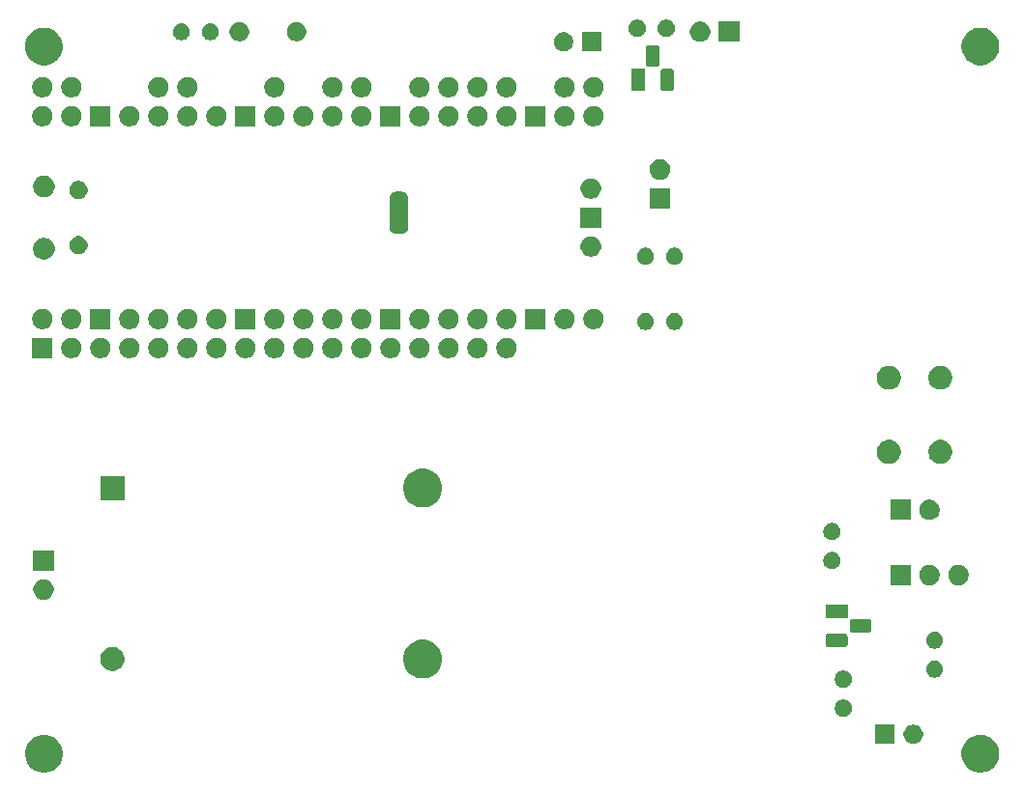
<source format=gbr>
G04 #@! TF.GenerationSoftware,KiCad,Pcbnew,5.1.5+dfsg1-2build2*
G04 #@! TF.CreationDate,2021-03-15T21:11:55-05:00*
G04 #@! TF.ProjectId,SINSONTE,53494e53-4f4e-4544-952e-6b696361645f,rev?*
G04 #@! TF.SameCoordinates,Original*
G04 #@! TF.FileFunction,Soldermask,Bot*
G04 #@! TF.FilePolarity,Negative*
%FSLAX46Y46*%
G04 Gerber Fmt 4.6, Leading zero omitted, Abs format (unit mm)*
G04 Created by KiCad (PCBNEW 5.1.5+dfsg1-2build2) date 2021-03-15 21:11:55*
%MOMM*%
%LPD*%
G04 APERTURE LIST*
%ADD10C,0.100000*%
G04 APERTURE END LIST*
D10*
G36*
X136337636Y-114383815D02*
G01*
X136481579Y-114412447D01*
X136782042Y-114536903D01*
X137052451Y-114717585D01*
X137282415Y-114947549D01*
X137463097Y-115217958D01*
X137587553Y-115518421D01*
X137651000Y-115837391D01*
X137651000Y-116162609D01*
X137587553Y-116481579D01*
X137463097Y-116782042D01*
X137282415Y-117052451D01*
X137052451Y-117282415D01*
X136782042Y-117463097D01*
X136481579Y-117587553D01*
X136375256Y-117608702D01*
X136162611Y-117651000D01*
X135837389Y-117651000D01*
X135624744Y-117608702D01*
X135518421Y-117587553D01*
X135217958Y-117463097D01*
X134947549Y-117282415D01*
X134717585Y-117052451D01*
X134536903Y-116782042D01*
X134412447Y-116481579D01*
X134349000Y-116162609D01*
X134349000Y-115837391D01*
X134412447Y-115518421D01*
X134536903Y-115217958D01*
X134717585Y-114947549D01*
X134947549Y-114717585D01*
X135217958Y-114536903D01*
X135518421Y-114412447D01*
X135662364Y-114383815D01*
X135837389Y-114349000D01*
X136162611Y-114349000D01*
X136337636Y-114383815D01*
G37*
G36*
X54337636Y-114383815D02*
G01*
X54481579Y-114412447D01*
X54782042Y-114536903D01*
X55052451Y-114717585D01*
X55282415Y-114947549D01*
X55463097Y-115217958D01*
X55587553Y-115518421D01*
X55651000Y-115837391D01*
X55651000Y-116162609D01*
X55587553Y-116481579D01*
X55463097Y-116782042D01*
X55282415Y-117052451D01*
X55052451Y-117282415D01*
X54782042Y-117463097D01*
X54481579Y-117587553D01*
X54375256Y-117608702D01*
X54162611Y-117651000D01*
X53837389Y-117651000D01*
X53624744Y-117608702D01*
X53518421Y-117587553D01*
X53217958Y-117463097D01*
X52947549Y-117282415D01*
X52717585Y-117052451D01*
X52536903Y-116782042D01*
X52412447Y-116481579D01*
X52349000Y-116162609D01*
X52349000Y-115837391D01*
X52412447Y-115518421D01*
X52536903Y-115217958D01*
X52717585Y-114947549D01*
X52947549Y-114717585D01*
X53217958Y-114536903D01*
X53518421Y-114412447D01*
X53662364Y-114383815D01*
X53837389Y-114349000D01*
X54162611Y-114349000D01*
X54337636Y-114383815D01*
G37*
G36*
X130383228Y-113481703D02*
G01*
X130538100Y-113545853D01*
X130677481Y-113638985D01*
X130796015Y-113757519D01*
X130889147Y-113896900D01*
X130953297Y-114051772D01*
X130986000Y-114216184D01*
X130986000Y-114383816D01*
X130953297Y-114548228D01*
X130889147Y-114703100D01*
X130796015Y-114842481D01*
X130677481Y-114961015D01*
X130538100Y-115054147D01*
X130383228Y-115118297D01*
X130218816Y-115151000D01*
X130051184Y-115151000D01*
X129886772Y-115118297D01*
X129731900Y-115054147D01*
X129592519Y-114961015D01*
X129473985Y-114842481D01*
X129380853Y-114703100D01*
X129316703Y-114548228D01*
X129284000Y-114383816D01*
X129284000Y-114216184D01*
X129316703Y-114051772D01*
X129380853Y-113896900D01*
X129473985Y-113757519D01*
X129592519Y-113638985D01*
X129731900Y-113545853D01*
X129886772Y-113481703D01*
X130051184Y-113449000D01*
X130218816Y-113449000D01*
X130383228Y-113481703D01*
G37*
G36*
X128486000Y-115151000D02*
G01*
X126784000Y-115151000D01*
X126784000Y-113449000D01*
X128486000Y-113449000D01*
X128486000Y-115151000D01*
G37*
G36*
X124219059Y-111277860D02*
G01*
X124355732Y-111334472D01*
X124478735Y-111416660D01*
X124583340Y-111521265D01*
X124665528Y-111644268D01*
X124722140Y-111780941D01*
X124751000Y-111926033D01*
X124751000Y-112073967D01*
X124722140Y-112219059D01*
X124665528Y-112355732D01*
X124583340Y-112478735D01*
X124478735Y-112583340D01*
X124355732Y-112665528D01*
X124355731Y-112665529D01*
X124355730Y-112665529D01*
X124219059Y-112722140D01*
X124073968Y-112751000D01*
X123926032Y-112751000D01*
X123780941Y-112722140D01*
X123644270Y-112665529D01*
X123644269Y-112665529D01*
X123644268Y-112665528D01*
X123521265Y-112583340D01*
X123416660Y-112478735D01*
X123334472Y-112355732D01*
X123277860Y-112219059D01*
X123249000Y-112073967D01*
X123249000Y-111926033D01*
X123277860Y-111780941D01*
X123334472Y-111644268D01*
X123416660Y-111521265D01*
X123521265Y-111416660D01*
X123644268Y-111334472D01*
X123780941Y-111277860D01*
X123926032Y-111249000D01*
X124073968Y-111249000D01*
X124219059Y-111277860D01*
G37*
G36*
X124219059Y-108737860D02*
G01*
X124331231Y-108784323D01*
X124355732Y-108794472D01*
X124478735Y-108876660D01*
X124583340Y-108981265D01*
X124665528Y-109104268D01*
X124722140Y-109240941D01*
X124751000Y-109386033D01*
X124751000Y-109533967D01*
X124722140Y-109679059D01*
X124665528Y-109815732D01*
X124583340Y-109938735D01*
X124478735Y-110043340D01*
X124355732Y-110125528D01*
X124355731Y-110125529D01*
X124355730Y-110125529D01*
X124219059Y-110182140D01*
X124073968Y-110211000D01*
X123926032Y-110211000D01*
X123780941Y-110182140D01*
X123644270Y-110125529D01*
X123644269Y-110125529D01*
X123644268Y-110125528D01*
X123521265Y-110043340D01*
X123416660Y-109938735D01*
X123334472Y-109815732D01*
X123277860Y-109679059D01*
X123249000Y-109533967D01*
X123249000Y-109386033D01*
X123277860Y-109240941D01*
X123334472Y-109104268D01*
X123416660Y-108981265D01*
X123521265Y-108876660D01*
X123644268Y-108794472D01*
X123668770Y-108784323D01*
X123780941Y-108737860D01*
X123926032Y-108709000D01*
X124073968Y-108709000D01*
X124219059Y-108737860D01*
G37*
G36*
X87661162Y-106064368D02*
G01*
X87970724Y-106192593D01*
X87970725Y-106192594D01*
X88249324Y-106378747D01*
X88486253Y-106615676D01*
X88588443Y-106768615D01*
X88672407Y-106894276D01*
X88800632Y-107203838D01*
X88866000Y-107532465D01*
X88866000Y-107867535D01*
X88800632Y-108196162D01*
X88672407Y-108505724D01*
X88665297Y-108516365D01*
X88486253Y-108784324D01*
X88249324Y-109021253D01*
X88063170Y-109145637D01*
X87970724Y-109207407D01*
X87661162Y-109335632D01*
X87332535Y-109401000D01*
X86997465Y-109401000D01*
X86668838Y-109335632D01*
X86359276Y-109207407D01*
X86266830Y-109145637D01*
X86080676Y-109021253D01*
X85843747Y-108784324D01*
X85664703Y-108516365D01*
X85657593Y-108505724D01*
X85529368Y-108196162D01*
X85464000Y-107867535D01*
X85464000Y-107532465D01*
X85529368Y-107203838D01*
X85657593Y-106894276D01*
X85741557Y-106768615D01*
X85843747Y-106615676D01*
X86080676Y-106378747D01*
X86359275Y-106192594D01*
X86359276Y-106192593D01*
X86668838Y-106064368D01*
X86997465Y-105999000D01*
X87332535Y-105999000D01*
X87661162Y-106064368D01*
G37*
G36*
X132219059Y-107862860D02*
G01*
X132355732Y-107919472D01*
X132478735Y-108001660D01*
X132583340Y-108106265D01*
X132665528Y-108229268D01*
X132722140Y-108365941D01*
X132751000Y-108511033D01*
X132751000Y-108658967D01*
X132722140Y-108804059D01*
X132665528Y-108940732D01*
X132583340Y-109063735D01*
X132478735Y-109168340D01*
X132355732Y-109250528D01*
X132355731Y-109250529D01*
X132355730Y-109250529D01*
X132219059Y-109307140D01*
X132073968Y-109336000D01*
X131926032Y-109336000D01*
X131780941Y-109307140D01*
X131644270Y-109250529D01*
X131644269Y-109250529D01*
X131644268Y-109250528D01*
X131521265Y-109168340D01*
X131416660Y-109063735D01*
X131334472Y-108940732D01*
X131277860Y-108804059D01*
X131249000Y-108658967D01*
X131249000Y-108511033D01*
X131277860Y-108365941D01*
X131334472Y-108229268D01*
X131416660Y-108106265D01*
X131521265Y-108001660D01*
X131644268Y-107919472D01*
X131780941Y-107862860D01*
X131926032Y-107834000D01*
X132073968Y-107834000D01*
X132219059Y-107862860D01*
G37*
G36*
X60306564Y-106689389D02*
G01*
X60494272Y-106767140D01*
X60497835Y-106768616D01*
X60538818Y-106796000D01*
X60669973Y-106883635D01*
X60816365Y-107030027D01*
X60931385Y-107202167D01*
X61010611Y-107393436D01*
X61051000Y-107596484D01*
X61051000Y-107803516D01*
X61010611Y-108006564D01*
X60932077Y-108196162D01*
X60931384Y-108197835D01*
X60816365Y-108369973D01*
X60669973Y-108516365D01*
X60497835Y-108631384D01*
X60497834Y-108631385D01*
X60497833Y-108631385D01*
X60306564Y-108710611D01*
X60103516Y-108751000D01*
X59896484Y-108751000D01*
X59693436Y-108710611D01*
X59502167Y-108631385D01*
X59502166Y-108631385D01*
X59502165Y-108631384D01*
X59330027Y-108516365D01*
X59183635Y-108369973D01*
X59068616Y-108197835D01*
X59067923Y-108196162D01*
X58989389Y-108006564D01*
X58949000Y-107803516D01*
X58949000Y-107596484D01*
X58989389Y-107393436D01*
X59068615Y-107202167D01*
X59183635Y-107030027D01*
X59330027Y-106883635D01*
X59461182Y-106796000D01*
X59502165Y-106768616D01*
X59505728Y-106767140D01*
X59693436Y-106689389D01*
X59896484Y-106649000D01*
X60103516Y-106649000D01*
X60306564Y-106689389D01*
G37*
G36*
X132219059Y-105322860D02*
G01*
X132333411Y-105370226D01*
X132355732Y-105379472D01*
X132478735Y-105461660D01*
X132583340Y-105566265D01*
X132665528Y-105689268D01*
X132722140Y-105825941D01*
X132751000Y-105971033D01*
X132751000Y-106118967D01*
X132722140Y-106264059D01*
X132665528Y-106400732D01*
X132583340Y-106523735D01*
X132478735Y-106628340D01*
X132355732Y-106710528D01*
X132355731Y-106710529D01*
X132355730Y-106710529D01*
X132219059Y-106767140D01*
X132073968Y-106796000D01*
X131926032Y-106796000D01*
X131780941Y-106767140D01*
X131644270Y-106710529D01*
X131644269Y-106710529D01*
X131644268Y-106710528D01*
X131521265Y-106628340D01*
X131416660Y-106523735D01*
X131334472Y-106400732D01*
X131277860Y-106264059D01*
X131249000Y-106118967D01*
X131249000Y-105971033D01*
X131277860Y-105825941D01*
X131334472Y-105689268D01*
X131416660Y-105566265D01*
X131521265Y-105461660D01*
X131644268Y-105379472D01*
X131666590Y-105370226D01*
X131780941Y-105322860D01*
X131926032Y-105294000D01*
X132073968Y-105294000D01*
X132219059Y-105322860D01*
G37*
G36*
X124184315Y-105449166D02*
G01*
X124228843Y-105462674D01*
X124269892Y-105484615D01*
X124305864Y-105514136D01*
X124335385Y-105550108D01*
X124357326Y-105591157D01*
X124370834Y-105635685D01*
X124376000Y-105688140D01*
X124376000Y-106401860D01*
X124370834Y-106454315D01*
X124357326Y-106498843D01*
X124335385Y-106539892D01*
X124305864Y-106575864D01*
X124269892Y-106605385D01*
X124228843Y-106627326D01*
X124184315Y-106640834D01*
X124131860Y-106646000D01*
X122718140Y-106646000D01*
X122665685Y-106640834D01*
X122621157Y-106627326D01*
X122580108Y-106605385D01*
X122544136Y-106575864D01*
X122514615Y-106539892D01*
X122492674Y-106498843D01*
X122479166Y-106454315D01*
X122474000Y-106401860D01*
X122474000Y-105688140D01*
X122479166Y-105635685D01*
X122492674Y-105591157D01*
X122514615Y-105550108D01*
X122544136Y-105514136D01*
X122580108Y-105484615D01*
X122621157Y-105462674D01*
X122665685Y-105449166D01*
X122718140Y-105444000D01*
X124131860Y-105444000D01*
X124184315Y-105449166D01*
G37*
G36*
X126254315Y-104179166D02*
G01*
X126298843Y-104192674D01*
X126339892Y-104214615D01*
X126375864Y-104244136D01*
X126405385Y-104280108D01*
X126427326Y-104321157D01*
X126440834Y-104365685D01*
X126446000Y-104418140D01*
X126446000Y-105131860D01*
X126440834Y-105184315D01*
X126427326Y-105228843D01*
X126405385Y-105269892D01*
X126375864Y-105305864D01*
X126339892Y-105335385D01*
X126298843Y-105357326D01*
X126254315Y-105370834D01*
X126201860Y-105376000D01*
X124788140Y-105376000D01*
X124735685Y-105370834D01*
X124691157Y-105357326D01*
X124650108Y-105335385D01*
X124614136Y-105305864D01*
X124584615Y-105269892D01*
X124562674Y-105228843D01*
X124549166Y-105184315D01*
X124544000Y-105131860D01*
X124544000Y-104418140D01*
X124549166Y-104365685D01*
X124562675Y-104321153D01*
X124579368Y-104289923D01*
X124585417Y-104275320D01*
X124597624Y-104264256D01*
X124614136Y-104244136D01*
X124650108Y-104214615D01*
X124691157Y-104192674D01*
X124735685Y-104179166D01*
X124788140Y-104174000D01*
X126201860Y-104174000D01*
X126254315Y-104179166D01*
G37*
G36*
X124376000Y-104106000D02*
G01*
X122474000Y-104106000D01*
X122474000Y-102904000D01*
X124376000Y-102904000D01*
X124376000Y-104106000D01*
G37*
G36*
X54088512Y-100703927D02*
G01*
X54237812Y-100733624D01*
X54401784Y-100801544D01*
X54549354Y-100900147D01*
X54674853Y-101025646D01*
X54773456Y-101173216D01*
X54841376Y-101337188D01*
X54876000Y-101511259D01*
X54876000Y-101688741D01*
X54841376Y-101862812D01*
X54773456Y-102026784D01*
X54674853Y-102174354D01*
X54549354Y-102299853D01*
X54401784Y-102398456D01*
X54237812Y-102466376D01*
X54088512Y-102496073D01*
X54063742Y-102501000D01*
X53886258Y-102501000D01*
X53861488Y-102496073D01*
X53712188Y-102466376D01*
X53548216Y-102398456D01*
X53400646Y-102299853D01*
X53275147Y-102174354D01*
X53176544Y-102026784D01*
X53108624Y-101862812D01*
X53074000Y-101688741D01*
X53074000Y-101511259D01*
X53108624Y-101337188D01*
X53176544Y-101173216D01*
X53275147Y-101025646D01*
X53400646Y-100900147D01*
X53548216Y-100801544D01*
X53712188Y-100733624D01*
X53861488Y-100703927D01*
X53886258Y-100699000D01*
X54063742Y-100699000D01*
X54088512Y-100703927D01*
G37*
G36*
X134193512Y-99433927D02*
G01*
X134342812Y-99463624D01*
X134506784Y-99531544D01*
X134654354Y-99630147D01*
X134779853Y-99755646D01*
X134878456Y-99903216D01*
X134946376Y-100067188D01*
X134981000Y-100241259D01*
X134981000Y-100418741D01*
X134946376Y-100592812D01*
X134878456Y-100756784D01*
X134779853Y-100904354D01*
X134654354Y-101029853D01*
X134506784Y-101128456D01*
X134342812Y-101196376D01*
X134193512Y-101226073D01*
X134168742Y-101231000D01*
X133991258Y-101231000D01*
X133966488Y-101226073D01*
X133817188Y-101196376D01*
X133653216Y-101128456D01*
X133505646Y-101029853D01*
X133380147Y-100904354D01*
X133281544Y-100756784D01*
X133213624Y-100592812D01*
X133179000Y-100418741D01*
X133179000Y-100241259D01*
X133213624Y-100067188D01*
X133281544Y-99903216D01*
X133380147Y-99755646D01*
X133505646Y-99630147D01*
X133653216Y-99531544D01*
X133817188Y-99463624D01*
X133966488Y-99433927D01*
X133991258Y-99429000D01*
X134168742Y-99429000D01*
X134193512Y-99433927D01*
G37*
G36*
X131653512Y-99433927D02*
G01*
X131802812Y-99463624D01*
X131966784Y-99531544D01*
X132114354Y-99630147D01*
X132239853Y-99755646D01*
X132338456Y-99903216D01*
X132406376Y-100067188D01*
X132441000Y-100241259D01*
X132441000Y-100418741D01*
X132406376Y-100592812D01*
X132338456Y-100756784D01*
X132239853Y-100904354D01*
X132114354Y-101029853D01*
X131966784Y-101128456D01*
X131802812Y-101196376D01*
X131653512Y-101226073D01*
X131628742Y-101231000D01*
X131451258Y-101231000D01*
X131426488Y-101226073D01*
X131277188Y-101196376D01*
X131113216Y-101128456D01*
X130965646Y-101029853D01*
X130840147Y-100904354D01*
X130741544Y-100756784D01*
X130673624Y-100592812D01*
X130639000Y-100418741D01*
X130639000Y-100241259D01*
X130673624Y-100067188D01*
X130741544Y-99903216D01*
X130840147Y-99755646D01*
X130965646Y-99630147D01*
X131113216Y-99531544D01*
X131277188Y-99463624D01*
X131426488Y-99433927D01*
X131451258Y-99429000D01*
X131628742Y-99429000D01*
X131653512Y-99433927D01*
G37*
G36*
X129901000Y-101231000D02*
G01*
X128099000Y-101231000D01*
X128099000Y-99429000D01*
X129901000Y-99429000D01*
X129901000Y-101231000D01*
G37*
G36*
X54876000Y-99961000D02*
G01*
X53074000Y-99961000D01*
X53074000Y-98159000D01*
X54876000Y-98159000D01*
X54876000Y-99961000D01*
G37*
G36*
X123219059Y-98337860D02*
G01*
X123355732Y-98394472D01*
X123478735Y-98476660D01*
X123583340Y-98581265D01*
X123665528Y-98704268D01*
X123722140Y-98840941D01*
X123751000Y-98986033D01*
X123751000Y-99133967D01*
X123722140Y-99279059D01*
X123665528Y-99415732D01*
X123583340Y-99538735D01*
X123478735Y-99643340D01*
X123355732Y-99725528D01*
X123355731Y-99725529D01*
X123355730Y-99725529D01*
X123219059Y-99782140D01*
X123073968Y-99811000D01*
X122926032Y-99811000D01*
X122780941Y-99782140D01*
X122644270Y-99725529D01*
X122644269Y-99725529D01*
X122644268Y-99725528D01*
X122521265Y-99643340D01*
X122416660Y-99538735D01*
X122334472Y-99415732D01*
X122277860Y-99279059D01*
X122249000Y-99133967D01*
X122249000Y-98986033D01*
X122277860Y-98840941D01*
X122334472Y-98704268D01*
X122416660Y-98581265D01*
X122521265Y-98476660D01*
X122644268Y-98394472D01*
X122780941Y-98337860D01*
X122926032Y-98309000D01*
X123073968Y-98309000D01*
X123219059Y-98337860D01*
G37*
G36*
X123219059Y-95797860D02*
G01*
X123355732Y-95854472D01*
X123478735Y-95936660D01*
X123583340Y-96041265D01*
X123665528Y-96164268D01*
X123722140Y-96300941D01*
X123751000Y-96446033D01*
X123751000Y-96593967D01*
X123722140Y-96739059D01*
X123665528Y-96875732D01*
X123583340Y-96998735D01*
X123478735Y-97103340D01*
X123355732Y-97185528D01*
X123355731Y-97185529D01*
X123355730Y-97185529D01*
X123219059Y-97242140D01*
X123073968Y-97271000D01*
X122926032Y-97271000D01*
X122780941Y-97242140D01*
X122644270Y-97185529D01*
X122644269Y-97185529D01*
X122644268Y-97185528D01*
X122521265Y-97103340D01*
X122416660Y-96998735D01*
X122334472Y-96875732D01*
X122277860Y-96739059D01*
X122249000Y-96593967D01*
X122249000Y-96446033D01*
X122277860Y-96300941D01*
X122334472Y-96164268D01*
X122416660Y-96041265D01*
X122521265Y-95936660D01*
X122644268Y-95854472D01*
X122780941Y-95797860D01*
X122926032Y-95769000D01*
X123073968Y-95769000D01*
X123219059Y-95797860D01*
G37*
G36*
X131653512Y-93718927D02*
G01*
X131802812Y-93748624D01*
X131966784Y-93816544D01*
X132114354Y-93915147D01*
X132239853Y-94040646D01*
X132338456Y-94188216D01*
X132406376Y-94352188D01*
X132441000Y-94526259D01*
X132441000Y-94703741D01*
X132406376Y-94877812D01*
X132338456Y-95041784D01*
X132239853Y-95189354D01*
X132114354Y-95314853D01*
X131966784Y-95413456D01*
X131802812Y-95481376D01*
X131653512Y-95511073D01*
X131628742Y-95516000D01*
X131451258Y-95516000D01*
X131426488Y-95511073D01*
X131277188Y-95481376D01*
X131113216Y-95413456D01*
X130965646Y-95314853D01*
X130840147Y-95189354D01*
X130741544Y-95041784D01*
X130673624Y-94877812D01*
X130639000Y-94703741D01*
X130639000Y-94526259D01*
X130673624Y-94352188D01*
X130741544Y-94188216D01*
X130840147Y-94040646D01*
X130965646Y-93915147D01*
X131113216Y-93816544D01*
X131277188Y-93748624D01*
X131426488Y-93718927D01*
X131451258Y-93714000D01*
X131628742Y-93714000D01*
X131653512Y-93718927D01*
G37*
G36*
X129901000Y-95516000D02*
G01*
X128099000Y-95516000D01*
X128099000Y-93714000D01*
X129901000Y-93714000D01*
X129901000Y-95516000D01*
G37*
G36*
X87661162Y-91074368D02*
G01*
X87970724Y-91202593D01*
X87970725Y-91202594D01*
X88249324Y-91388747D01*
X88486253Y-91625676D01*
X88508519Y-91659000D01*
X88672407Y-91904276D01*
X88800632Y-92213838D01*
X88866000Y-92542465D01*
X88866000Y-92877535D01*
X88800632Y-93206162D01*
X88672407Y-93515724D01*
X88672406Y-93515725D01*
X88486253Y-93794324D01*
X88249324Y-94031253D01*
X88063170Y-94155637D01*
X87970724Y-94217407D01*
X87661162Y-94345632D01*
X87332535Y-94411000D01*
X86997465Y-94411000D01*
X86668838Y-94345632D01*
X86359276Y-94217407D01*
X86266830Y-94155637D01*
X86080676Y-94031253D01*
X85843747Y-93794324D01*
X85657594Y-93515725D01*
X85657593Y-93515724D01*
X85529368Y-93206162D01*
X85464000Y-92877535D01*
X85464000Y-92542465D01*
X85529368Y-92213838D01*
X85657593Y-91904276D01*
X85821481Y-91659000D01*
X85843747Y-91625676D01*
X86080676Y-91388747D01*
X86359275Y-91202594D01*
X86359276Y-91202593D01*
X86668838Y-91074368D01*
X86997465Y-91009000D01*
X87332535Y-91009000D01*
X87661162Y-91074368D01*
G37*
G36*
X61051000Y-93761000D02*
G01*
X58949000Y-93761000D01*
X58949000Y-91659000D01*
X61051000Y-91659000D01*
X61051000Y-93761000D01*
G37*
G36*
X132806564Y-88524389D02*
G01*
X132997833Y-88603615D01*
X132997835Y-88603616D01*
X133169973Y-88718635D01*
X133316365Y-88865027D01*
X133431385Y-89037167D01*
X133510611Y-89228436D01*
X133551000Y-89431484D01*
X133551000Y-89638516D01*
X133510611Y-89841564D01*
X133431385Y-90032833D01*
X133431384Y-90032835D01*
X133316365Y-90204973D01*
X133169973Y-90351365D01*
X132997835Y-90466384D01*
X132997834Y-90466385D01*
X132997833Y-90466385D01*
X132806564Y-90545611D01*
X132603516Y-90586000D01*
X132396484Y-90586000D01*
X132193436Y-90545611D01*
X132002167Y-90466385D01*
X132002166Y-90466385D01*
X132002165Y-90466384D01*
X131830027Y-90351365D01*
X131683635Y-90204973D01*
X131568616Y-90032835D01*
X131568615Y-90032833D01*
X131489389Y-89841564D01*
X131449000Y-89638516D01*
X131449000Y-89431484D01*
X131489389Y-89228436D01*
X131568615Y-89037167D01*
X131683635Y-88865027D01*
X131830027Y-88718635D01*
X132002165Y-88603616D01*
X132002167Y-88603615D01*
X132193436Y-88524389D01*
X132396484Y-88484000D01*
X132603516Y-88484000D01*
X132806564Y-88524389D01*
G37*
G36*
X128306564Y-88524389D02*
G01*
X128497833Y-88603615D01*
X128497835Y-88603616D01*
X128669973Y-88718635D01*
X128816365Y-88865027D01*
X128931385Y-89037167D01*
X129010611Y-89228436D01*
X129051000Y-89431484D01*
X129051000Y-89638516D01*
X129010611Y-89841564D01*
X128931385Y-90032833D01*
X128931384Y-90032835D01*
X128816365Y-90204973D01*
X128669973Y-90351365D01*
X128497835Y-90466384D01*
X128497834Y-90466385D01*
X128497833Y-90466385D01*
X128306564Y-90545611D01*
X128103516Y-90586000D01*
X127896484Y-90586000D01*
X127693436Y-90545611D01*
X127502167Y-90466385D01*
X127502166Y-90466385D01*
X127502165Y-90466384D01*
X127330027Y-90351365D01*
X127183635Y-90204973D01*
X127068616Y-90032835D01*
X127068615Y-90032833D01*
X126989389Y-89841564D01*
X126949000Y-89638516D01*
X126949000Y-89431484D01*
X126989389Y-89228436D01*
X127068615Y-89037167D01*
X127183635Y-88865027D01*
X127330027Y-88718635D01*
X127502165Y-88603616D01*
X127502167Y-88603615D01*
X127693436Y-88524389D01*
X127896484Y-88484000D01*
X128103516Y-88484000D01*
X128306564Y-88524389D01*
G37*
G36*
X132806564Y-82024389D02*
G01*
X132997833Y-82103615D01*
X132997835Y-82103616D01*
X133169973Y-82218635D01*
X133316365Y-82365027D01*
X133431385Y-82537167D01*
X133510611Y-82728436D01*
X133551000Y-82931484D01*
X133551000Y-83138516D01*
X133510611Y-83341564D01*
X133431385Y-83532833D01*
X133431384Y-83532835D01*
X133316365Y-83704973D01*
X133169973Y-83851365D01*
X132997835Y-83966384D01*
X132997834Y-83966385D01*
X132997833Y-83966385D01*
X132806564Y-84045611D01*
X132603516Y-84086000D01*
X132396484Y-84086000D01*
X132193436Y-84045611D01*
X132002167Y-83966385D01*
X132002166Y-83966385D01*
X132002165Y-83966384D01*
X131830027Y-83851365D01*
X131683635Y-83704973D01*
X131568616Y-83532835D01*
X131568615Y-83532833D01*
X131489389Y-83341564D01*
X131449000Y-83138516D01*
X131449000Y-82931484D01*
X131489389Y-82728436D01*
X131568615Y-82537167D01*
X131683635Y-82365027D01*
X131830027Y-82218635D01*
X132002165Y-82103616D01*
X132002167Y-82103615D01*
X132193436Y-82024389D01*
X132396484Y-81984000D01*
X132603516Y-81984000D01*
X132806564Y-82024389D01*
G37*
G36*
X128306564Y-82024389D02*
G01*
X128497833Y-82103615D01*
X128497835Y-82103616D01*
X128669973Y-82218635D01*
X128816365Y-82365027D01*
X128931385Y-82537167D01*
X129010611Y-82728436D01*
X129051000Y-82931484D01*
X129051000Y-83138516D01*
X129010611Y-83341564D01*
X128931385Y-83532833D01*
X128931384Y-83532835D01*
X128816365Y-83704973D01*
X128669973Y-83851365D01*
X128497835Y-83966384D01*
X128497834Y-83966385D01*
X128497833Y-83966385D01*
X128306564Y-84045611D01*
X128103516Y-84086000D01*
X127896484Y-84086000D01*
X127693436Y-84045611D01*
X127502167Y-83966385D01*
X127502166Y-83966385D01*
X127502165Y-83966384D01*
X127330027Y-83851365D01*
X127183635Y-83704973D01*
X127068616Y-83532835D01*
X127068615Y-83532833D01*
X126989389Y-83341564D01*
X126949000Y-83138516D01*
X126949000Y-82931484D01*
X126989389Y-82728436D01*
X127068615Y-82537167D01*
X127183635Y-82365027D01*
X127330027Y-82218635D01*
X127502165Y-82103616D01*
X127502167Y-82103615D01*
X127693436Y-82024389D01*
X127896484Y-81984000D01*
X128103516Y-81984000D01*
X128306564Y-82024389D01*
G37*
G36*
X74303512Y-79533927D02*
G01*
X74452812Y-79563624D01*
X74616784Y-79631544D01*
X74764354Y-79730147D01*
X74889853Y-79855646D01*
X74988456Y-80003216D01*
X75056376Y-80167188D01*
X75091000Y-80341259D01*
X75091000Y-80518741D01*
X75056376Y-80692812D01*
X74988456Y-80856784D01*
X74889853Y-81004354D01*
X74764354Y-81129853D01*
X74616784Y-81228456D01*
X74452812Y-81296376D01*
X74303512Y-81326073D01*
X74278742Y-81331000D01*
X74101258Y-81331000D01*
X74076488Y-81326073D01*
X73927188Y-81296376D01*
X73763216Y-81228456D01*
X73615646Y-81129853D01*
X73490147Y-81004354D01*
X73391544Y-80856784D01*
X73323624Y-80692812D01*
X73289000Y-80518741D01*
X73289000Y-80341259D01*
X73323624Y-80167188D01*
X73391544Y-80003216D01*
X73490147Y-79855646D01*
X73615646Y-79730147D01*
X73763216Y-79631544D01*
X73927188Y-79563624D01*
X74076488Y-79533927D01*
X74101258Y-79529000D01*
X74278742Y-79529000D01*
X74303512Y-79533927D01*
G37*
G36*
X94623512Y-79533927D02*
G01*
X94772812Y-79563624D01*
X94936784Y-79631544D01*
X95084354Y-79730147D01*
X95209853Y-79855646D01*
X95308456Y-80003216D01*
X95376376Y-80167188D01*
X95411000Y-80341259D01*
X95411000Y-80518741D01*
X95376376Y-80692812D01*
X95308456Y-80856784D01*
X95209853Y-81004354D01*
X95084354Y-81129853D01*
X94936784Y-81228456D01*
X94772812Y-81296376D01*
X94623512Y-81326073D01*
X94598742Y-81331000D01*
X94421258Y-81331000D01*
X94396488Y-81326073D01*
X94247188Y-81296376D01*
X94083216Y-81228456D01*
X93935646Y-81129853D01*
X93810147Y-81004354D01*
X93711544Y-80856784D01*
X93643624Y-80692812D01*
X93609000Y-80518741D01*
X93609000Y-80341259D01*
X93643624Y-80167188D01*
X93711544Y-80003216D01*
X93810147Y-79855646D01*
X93935646Y-79730147D01*
X94083216Y-79631544D01*
X94247188Y-79563624D01*
X94396488Y-79533927D01*
X94421258Y-79529000D01*
X94598742Y-79529000D01*
X94623512Y-79533927D01*
G37*
G36*
X92083512Y-79533927D02*
G01*
X92232812Y-79563624D01*
X92396784Y-79631544D01*
X92544354Y-79730147D01*
X92669853Y-79855646D01*
X92768456Y-80003216D01*
X92836376Y-80167188D01*
X92871000Y-80341259D01*
X92871000Y-80518741D01*
X92836376Y-80692812D01*
X92768456Y-80856784D01*
X92669853Y-81004354D01*
X92544354Y-81129853D01*
X92396784Y-81228456D01*
X92232812Y-81296376D01*
X92083512Y-81326073D01*
X92058742Y-81331000D01*
X91881258Y-81331000D01*
X91856488Y-81326073D01*
X91707188Y-81296376D01*
X91543216Y-81228456D01*
X91395646Y-81129853D01*
X91270147Y-81004354D01*
X91171544Y-80856784D01*
X91103624Y-80692812D01*
X91069000Y-80518741D01*
X91069000Y-80341259D01*
X91103624Y-80167188D01*
X91171544Y-80003216D01*
X91270147Y-79855646D01*
X91395646Y-79730147D01*
X91543216Y-79631544D01*
X91707188Y-79563624D01*
X91856488Y-79533927D01*
X91881258Y-79529000D01*
X92058742Y-79529000D01*
X92083512Y-79533927D01*
G37*
G36*
X89543512Y-79533927D02*
G01*
X89692812Y-79563624D01*
X89856784Y-79631544D01*
X90004354Y-79730147D01*
X90129853Y-79855646D01*
X90228456Y-80003216D01*
X90296376Y-80167188D01*
X90331000Y-80341259D01*
X90331000Y-80518741D01*
X90296376Y-80692812D01*
X90228456Y-80856784D01*
X90129853Y-81004354D01*
X90004354Y-81129853D01*
X89856784Y-81228456D01*
X89692812Y-81296376D01*
X89543512Y-81326073D01*
X89518742Y-81331000D01*
X89341258Y-81331000D01*
X89316488Y-81326073D01*
X89167188Y-81296376D01*
X89003216Y-81228456D01*
X88855646Y-81129853D01*
X88730147Y-81004354D01*
X88631544Y-80856784D01*
X88563624Y-80692812D01*
X88529000Y-80518741D01*
X88529000Y-80341259D01*
X88563624Y-80167188D01*
X88631544Y-80003216D01*
X88730147Y-79855646D01*
X88855646Y-79730147D01*
X89003216Y-79631544D01*
X89167188Y-79563624D01*
X89316488Y-79533927D01*
X89341258Y-79529000D01*
X89518742Y-79529000D01*
X89543512Y-79533927D01*
G37*
G36*
X87003512Y-79533927D02*
G01*
X87152812Y-79563624D01*
X87316784Y-79631544D01*
X87464354Y-79730147D01*
X87589853Y-79855646D01*
X87688456Y-80003216D01*
X87756376Y-80167188D01*
X87791000Y-80341259D01*
X87791000Y-80518741D01*
X87756376Y-80692812D01*
X87688456Y-80856784D01*
X87589853Y-81004354D01*
X87464354Y-81129853D01*
X87316784Y-81228456D01*
X87152812Y-81296376D01*
X87003512Y-81326073D01*
X86978742Y-81331000D01*
X86801258Y-81331000D01*
X86776488Y-81326073D01*
X86627188Y-81296376D01*
X86463216Y-81228456D01*
X86315646Y-81129853D01*
X86190147Y-81004354D01*
X86091544Y-80856784D01*
X86023624Y-80692812D01*
X85989000Y-80518741D01*
X85989000Y-80341259D01*
X86023624Y-80167188D01*
X86091544Y-80003216D01*
X86190147Y-79855646D01*
X86315646Y-79730147D01*
X86463216Y-79631544D01*
X86627188Y-79563624D01*
X86776488Y-79533927D01*
X86801258Y-79529000D01*
X86978742Y-79529000D01*
X87003512Y-79533927D01*
G37*
G36*
X84463512Y-79533927D02*
G01*
X84612812Y-79563624D01*
X84776784Y-79631544D01*
X84924354Y-79730147D01*
X85049853Y-79855646D01*
X85148456Y-80003216D01*
X85216376Y-80167188D01*
X85251000Y-80341259D01*
X85251000Y-80518741D01*
X85216376Y-80692812D01*
X85148456Y-80856784D01*
X85049853Y-81004354D01*
X84924354Y-81129853D01*
X84776784Y-81228456D01*
X84612812Y-81296376D01*
X84463512Y-81326073D01*
X84438742Y-81331000D01*
X84261258Y-81331000D01*
X84236488Y-81326073D01*
X84087188Y-81296376D01*
X83923216Y-81228456D01*
X83775646Y-81129853D01*
X83650147Y-81004354D01*
X83551544Y-80856784D01*
X83483624Y-80692812D01*
X83449000Y-80518741D01*
X83449000Y-80341259D01*
X83483624Y-80167188D01*
X83551544Y-80003216D01*
X83650147Y-79855646D01*
X83775646Y-79730147D01*
X83923216Y-79631544D01*
X84087188Y-79563624D01*
X84236488Y-79533927D01*
X84261258Y-79529000D01*
X84438742Y-79529000D01*
X84463512Y-79533927D01*
G37*
G36*
X81923512Y-79533927D02*
G01*
X82072812Y-79563624D01*
X82236784Y-79631544D01*
X82384354Y-79730147D01*
X82509853Y-79855646D01*
X82608456Y-80003216D01*
X82676376Y-80167188D01*
X82711000Y-80341259D01*
X82711000Y-80518741D01*
X82676376Y-80692812D01*
X82608456Y-80856784D01*
X82509853Y-81004354D01*
X82384354Y-81129853D01*
X82236784Y-81228456D01*
X82072812Y-81296376D01*
X81923512Y-81326073D01*
X81898742Y-81331000D01*
X81721258Y-81331000D01*
X81696488Y-81326073D01*
X81547188Y-81296376D01*
X81383216Y-81228456D01*
X81235646Y-81129853D01*
X81110147Y-81004354D01*
X81011544Y-80856784D01*
X80943624Y-80692812D01*
X80909000Y-80518741D01*
X80909000Y-80341259D01*
X80943624Y-80167188D01*
X81011544Y-80003216D01*
X81110147Y-79855646D01*
X81235646Y-79730147D01*
X81383216Y-79631544D01*
X81547188Y-79563624D01*
X81696488Y-79533927D01*
X81721258Y-79529000D01*
X81898742Y-79529000D01*
X81923512Y-79533927D01*
G37*
G36*
X79383512Y-79533927D02*
G01*
X79532812Y-79563624D01*
X79696784Y-79631544D01*
X79844354Y-79730147D01*
X79969853Y-79855646D01*
X80068456Y-80003216D01*
X80136376Y-80167188D01*
X80171000Y-80341259D01*
X80171000Y-80518741D01*
X80136376Y-80692812D01*
X80068456Y-80856784D01*
X79969853Y-81004354D01*
X79844354Y-81129853D01*
X79696784Y-81228456D01*
X79532812Y-81296376D01*
X79383512Y-81326073D01*
X79358742Y-81331000D01*
X79181258Y-81331000D01*
X79156488Y-81326073D01*
X79007188Y-81296376D01*
X78843216Y-81228456D01*
X78695646Y-81129853D01*
X78570147Y-81004354D01*
X78471544Y-80856784D01*
X78403624Y-80692812D01*
X78369000Y-80518741D01*
X78369000Y-80341259D01*
X78403624Y-80167188D01*
X78471544Y-80003216D01*
X78570147Y-79855646D01*
X78695646Y-79730147D01*
X78843216Y-79631544D01*
X79007188Y-79563624D01*
X79156488Y-79533927D01*
X79181258Y-79529000D01*
X79358742Y-79529000D01*
X79383512Y-79533927D01*
G37*
G36*
X71763512Y-79533927D02*
G01*
X71912812Y-79563624D01*
X72076784Y-79631544D01*
X72224354Y-79730147D01*
X72349853Y-79855646D01*
X72448456Y-80003216D01*
X72516376Y-80167188D01*
X72551000Y-80341259D01*
X72551000Y-80518741D01*
X72516376Y-80692812D01*
X72448456Y-80856784D01*
X72349853Y-81004354D01*
X72224354Y-81129853D01*
X72076784Y-81228456D01*
X71912812Y-81296376D01*
X71763512Y-81326073D01*
X71738742Y-81331000D01*
X71561258Y-81331000D01*
X71536488Y-81326073D01*
X71387188Y-81296376D01*
X71223216Y-81228456D01*
X71075646Y-81129853D01*
X70950147Y-81004354D01*
X70851544Y-80856784D01*
X70783624Y-80692812D01*
X70749000Y-80518741D01*
X70749000Y-80341259D01*
X70783624Y-80167188D01*
X70851544Y-80003216D01*
X70950147Y-79855646D01*
X71075646Y-79730147D01*
X71223216Y-79631544D01*
X71387188Y-79563624D01*
X71536488Y-79533927D01*
X71561258Y-79529000D01*
X71738742Y-79529000D01*
X71763512Y-79533927D01*
G37*
G36*
X66683512Y-79533927D02*
G01*
X66832812Y-79563624D01*
X66996784Y-79631544D01*
X67144354Y-79730147D01*
X67269853Y-79855646D01*
X67368456Y-80003216D01*
X67436376Y-80167188D01*
X67471000Y-80341259D01*
X67471000Y-80518741D01*
X67436376Y-80692812D01*
X67368456Y-80856784D01*
X67269853Y-81004354D01*
X67144354Y-81129853D01*
X66996784Y-81228456D01*
X66832812Y-81296376D01*
X66683512Y-81326073D01*
X66658742Y-81331000D01*
X66481258Y-81331000D01*
X66456488Y-81326073D01*
X66307188Y-81296376D01*
X66143216Y-81228456D01*
X65995646Y-81129853D01*
X65870147Y-81004354D01*
X65771544Y-80856784D01*
X65703624Y-80692812D01*
X65669000Y-80518741D01*
X65669000Y-80341259D01*
X65703624Y-80167188D01*
X65771544Y-80003216D01*
X65870147Y-79855646D01*
X65995646Y-79730147D01*
X66143216Y-79631544D01*
X66307188Y-79563624D01*
X66456488Y-79533927D01*
X66481258Y-79529000D01*
X66658742Y-79529000D01*
X66683512Y-79533927D01*
G37*
G36*
X64143512Y-79533927D02*
G01*
X64292812Y-79563624D01*
X64456784Y-79631544D01*
X64604354Y-79730147D01*
X64729853Y-79855646D01*
X64828456Y-80003216D01*
X64896376Y-80167188D01*
X64931000Y-80341259D01*
X64931000Y-80518741D01*
X64896376Y-80692812D01*
X64828456Y-80856784D01*
X64729853Y-81004354D01*
X64604354Y-81129853D01*
X64456784Y-81228456D01*
X64292812Y-81296376D01*
X64143512Y-81326073D01*
X64118742Y-81331000D01*
X63941258Y-81331000D01*
X63916488Y-81326073D01*
X63767188Y-81296376D01*
X63603216Y-81228456D01*
X63455646Y-81129853D01*
X63330147Y-81004354D01*
X63231544Y-80856784D01*
X63163624Y-80692812D01*
X63129000Y-80518741D01*
X63129000Y-80341259D01*
X63163624Y-80167188D01*
X63231544Y-80003216D01*
X63330147Y-79855646D01*
X63455646Y-79730147D01*
X63603216Y-79631544D01*
X63767188Y-79563624D01*
X63916488Y-79533927D01*
X63941258Y-79529000D01*
X64118742Y-79529000D01*
X64143512Y-79533927D01*
G37*
G36*
X61603512Y-79533927D02*
G01*
X61752812Y-79563624D01*
X61916784Y-79631544D01*
X62064354Y-79730147D01*
X62189853Y-79855646D01*
X62288456Y-80003216D01*
X62356376Y-80167188D01*
X62391000Y-80341259D01*
X62391000Y-80518741D01*
X62356376Y-80692812D01*
X62288456Y-80856784D01*
X62189853Y-81004354D01*
X62064354Y-81129853D01*
X61916784Y-81228456D01*
X61752812Y-81296376D01*
X61603512Y-81326073D01*
X61578742Y-81331000D01*
X61401258Y-81331000D01*
X61376488Y-81326073D01*
X61227188Y-81296376D01*
X61063216Y-81228456D01*
X60915646Y-81129853D01*
X60790147Y-81004354D01*
X60691544Y-80856784D01*
X60623624Y-80692812D01*
X60589000Y-80518741D01*
X60589000Y-80341259D01*
X60623624Y-80167188D01*
X60691544Y-80003216D01*
X60790147Y-79855646D01*
X60915646Y-79730147D01*
X61063216Y-79631544D01*
X61227188Y-79563624D01*
X61376488Y-79533927D01*
X61401258Y-79529000D01*
X61578742Y-79529000D01*
X61603512Y-79533927D01*
G37*
G36*
X59063512Y-79533927D02*
G01*
X59212812Y-79563624D01*
X59376784Y-79631544D01*
X59524354Y-79730147D01*
X59649853Y-79855646D01*
X59748456Y-80003216D01*
X59816376Y-80167188D01*
X59851000Y-80341259D01*
X59851000Y-80518741D01*
X59816376Y-80692812D01*
X59748456Y-80856784D01*
X59649853Y-81004354D01*
X59524354Y-81129853D01*
X59376784Y-81228456D01*
X59212812Y-81296376D01*
X59063512Y-81326073D01*
X59038742Y-81331000D01*
X58861258Y-81331000D01*
X58836488Y-81326073D01*
X58687188Y-81296376D01*
X58523216Y-81228456D01*
X58375646Y-81129853D01*
X58250147Y-81004354D01*
X58151544Y-80856784D01*
X58083624Y-80692812D01*
X58049000Y-80518741D01*
X58049000Y-80341259D01*
X58083624Y-80167188D01*
X58151544Y-80003216D01*
X58250147Y-79855646D01*
X58375646Y-79730147D01*
X58523216Y-79631544D01*
X58687188Y-79563624D01*
X58836488Y-79533927D01*
X58861258Y-79529000D01*
X59038742Y-79529000D01*
X59063512Y-79533927D01*
G37*
G36*
X56523512Y-79533927D02*
G01*
X56672812Y-79563624D01*
X56836784Y-79631544D01*
X56984354Y-79730147D01*
X57109853Y-79855646D01*
X57208456Y-80003216D01*
X57276376Y-80167188D01*
X57311000Y-80341259D01*
X57311000Y-80518741D01*
X57276376Y-80692812D01*
X57208456Y-80856784D01*
X57109853Y-81004354D01*
X56984354Y-81129853D01*
X56836784Y-81228456D01*
X56672812Y-81296376D01*
X56523512Y-81326073D01*
X56498742Y-81331000D01*
X56321258Y-81331000D01*
X56296488Y-81326073D01*
X56147188Y-81296376D01*
X55983216Y-81228456D01*
X55835646Y-81129853D01*
X55710147Y-81004354D01*
X55611544Y-80856784D01*
X55543624Y-80692812D01*
X55509000Y-80518741D01*
X55509000Y-80341259D01*
X55543624Y-80167188D01*
X55611544Y-80003216D01*
X55710147Y-79855646D01*
X55835646Y-79730147D01*
X55983216Y-79631544D01*
X56147188Y-79563624D01*
X56296488Y-79533927D01*
X56321258Y-79529000D01*
X56498742Y-79529000D01*
X56523512Y-79533927D01*
G37*
G36*
X54771000Y-81331000D02*
G01*
X52969000Y-81331000D01*
X52969000Y-79529000D01*
X54771000Y-79529000D01*
X54771000Y-81331000D01*
G37*
G36*
X69223512Y-79533927D02*
G01*
X69372812Y-79563624D01*
X69536784Y-79631544D01*
X69684354Y-79730147D01*
X69809853Y-79855646D01*
X69908456Y-80003216D01*
X69976376Y-80167188D01*
X70011000Y-80341259D01*
X70011000Y-80518741D01*
X69976376Y-80692812D01*
X69908456Y-80856784D01*
X69809853Y-81004354D01*
X69684354Y-81129853D01*
X69536784Y-81228456D01*
X69372812Y-81296376D01*
X69223512Y-81326073D01*
X69198742Y-81331000D01*
X69021258Y-81331000D01*
X68996488Y-81326073D01*
X68847188Y-81296376D01*
X68683216Y-81228456D01*
X68535646Y-81129853D01*
X68410147Y-81004354D01*
X68311544Y-80856784D01*
X68243624Y-80692812D01*
X68209000Y-80518741D01*
X68209000Y-80341259D01*
X68243624Y-80167188D01*
X68311544Y-80003216D01*
X68410147Y-79855646D01*
X68535646Y-79730147D01*
X68683216Y-79631544D01*
X68847188Y-79563624D01*
X68996488Y-79533927D01*
X69021258Y-79529000D01*
X69198742Y-79529000D01*
X69223512Y-79533927D01*
G37*
G36*
X76843512Y-79533927D02*
G01*
X76992812Y-79563624D01*
X77156784Y-79631544D01*
X77304354Y-79730147D01*
X77429853Y-79855646D01*
X77528456Y-80003216D01*
X77596376Y-80167188D01*
X77631000Y-80341259D01*
X77631000Y-80518741D01*
X77596376Y-80692812D01*
X77528456Y-80856784D01*
X77429853Y-81004354D01*
X77304354Y-81129853D01*
X77156784Y-81228456D01*
X76992812Y-81296376D01*
X76843512Y-81326073D01*
X76818742Y-81331000D01*
X76641258Y-81331000D01*
X76616488Y-81326073D01*
X76467188Y-81296376D01*
X76303216Y-81228456D01*
X76155646Y-81129853D01*
X76030147Y-81004354D01*
X75931544Y-80856784D01*
X75863624Y-80692812D01*
X75829000Y-80518741D01*
X75829000Y-80341259D01*
X75863624Y-80167188D01*
X75931544Y-80003216D01*
X76030147Y-79855646D01*
X76155646Y-79730147D01*
X76303216Y-79631544D01*
X76467188Y-79563624D01*
X76616488Y-79533927D01*
X76641258Y-79529000D01*
X76818742Y-79529000D01*
X76843512Y-79533927D01*
G37*
G36*
X109439059Y-77382860D02*
G01*
X109575732Y-77439472D01*
X109698735Y-77521660D01*
X109803340Y-77626265D01*
X109803957Y-77627189D01*
X109885529Y-77749270D01*
X109942140Y-77885941D01*
X109971000Y-78031033D01*
X109971000Y-78178967D01*
X109942140Y-78324059D01*
X109885528Y-78460732D01*
X109803340Y-78583735D01*
X109698735Y-78688340D01*
X109575732Y-78770528D01*
X109575731Y-78770529D01*
X109575730Y-78770529D01*
X109439059Y-78827140D01*
X109293968Y-78856000D01*
X109146032Y-78856000D01*
X109000941Y-78827140D01*
X108864270Y-78770529D01*
X108864269Y-78770529D01*
X108864268Y-78770528D01*
X108741265Y-78688340D01*
X108636660Y-78583735D01*
X108554472Y-78460732D01*
X108497860Y-78324059D01*
X108469000Y-78178967D01*
X108469000Y-78031033D01*
X108497860Y-77885941D01*
X108554471Y-77749270D01*
X108636043Y-77627189D01*
X108636660Y-77626265D01*
X108741265Y-77521660D01*
X108864268Y-77439472D01*
X109000941Y-77382860D01*
X109146032Y-77354000D01*
X109293968Y-77354000D01*
X109439059Y-77382860D01*
G37*
G36*
X106899059Y-77382860D02*
G01*
X107035732Y-77439472D01*
X107158735Y-77521660D01*
X107263340Y-77626265D01*
X107263957Y-77627189D01*
X107345529Y-77749270D01*
X107402140Y-77885941D01*
X107431000Y-78031033D01*
X107431000Y-78178967D01*
X107402140Y-78324059D01*
X107345528Y-78460732D01*
X107263340Y-78583735D01*
X107158735Y-78688340D01*
X107035732Y-78770528D01*
X107035731Y-78770529D01*
X107035730Y-78770529D01*
X106899059Y-78827140D01*
X106753968Y-78856000D01*
X106606032Y-78856000D01*
X106460941Y-78827140D01*
X106324270Y-78770529D01*
X106324269Y-78770529D01*
X106324268Y-78770528D01*
X106201265Y-78688340D01*
X106096660Y-78583735D01*
X106014472Y-78460732D01*
X105957860Y-78324059D01*
X105929000Y-78178967D01*
X105929000Y-78031033D01*
X105957860Y-77885941D01*
X106014471Y-77749270D01*
X106096043Y-77627189D01*
X106096660Y-77626265D01*
X106201265Y-77521660D01*
X106324268Y-77439472D01*
X106460941Y-77382860D01*
X106606032Y-77354000D01*
X106753968Y-77354000D01*
X106899059Y-77382860D01*
G37*
G36*
X94623512Y-76993927D02*
G01*
X94772812Y-77023624D01*
X94936784Y-77091544D01*
X95084354Y-77190147D01*
X95209853Y-77315646D01*
X95308456Y-77463216D01*
X95376376Y-77627188D01*
X95411000Y-77801259D01*
X95411000Y-77978741D01*
X95376376Y-78152812D01*
X95308456Y-78316784D01*
X95209853Y-78464354D01*
X95084354Y-78589853D01*
X94936784Y-78688456D01*
X94772812Y-78756376D01*
X94623512Y-78786073D01*
X94598742Y-78791000D01*
X94421258Y-78791000D01*
X94396488Y-78786073D01*
X94247188Y-78756376D01*
X94083216Y-78688456D01*
X93935646Y-78589853D01*
X93810147Y-78464354D01*
X93711544Y-78316784D01*
X93643624Y-78152812D01*
X93609000Y-77978741D01*
X93609000Y-77801259D01*
X93643624Y-77627188D01*
X93711544Y-77463216D01*
X93810147Y-77315646D01*
X93935646Y-77190147D01*
X94083216Y-77091544D01*
X94247188Y-77023624D01*
X94396488Y-76993927D01*
X94421258Y-76989000D01*
X94598742Y-76989000D01*
X94623512Y-76993927D01*
G37*
G36*
X56523512Y-76993927D02*
G01*
X56672812Y-77023624D01*
X56836784Y-77091544D01*
X56984354Y-77190147D01*
X57109853Y-77315646D01*
X57208456Y-77463216D01*
X57276376Y-77627188D01*
X57311000Y-77801259D01*
X57311000Y-77978741D01*
X57276376Y-78152812D01*
X57208456Y-78316784D01*
X57109853Y-78464354D01*
X56984354Y-78589853D01*
X56836784Y-78688456D01*
X56672812Y-78756376D01*
X56523512Y-78786073D01*
X56498742Y-78791000D01*
X56321258Y-78791000D01*
X56296488Y-78786073D01*
X56147188Y-78756376D01*
X55983216Y-78688456D01*
X55835646Y-78589853D01*
X55710147Y-78464354D01*
X55611544Y-78316784D01*
X55543624Y-78152812D01*
X55509000Y-77978741D01*
X55509000Y-77801259D01*
X55543624Y-77627188D01*
X55611544Y-77463216D01*
X55710147Y-77315646D01*
X55835646Y-77190147D01*
X55983216Y-77091544D01*
X56147188Y-77023624D01*
X56296488Y-76993927D01*
X56321258Y-76989000D01*
X56498742Y-76989000D01*
X56523512Y-76993927D01*
G37*
G36*
X99703512Y-76993927D02*
G01*
X99852812Y-77023624D01*
X100016784Y-77091544D01*
X100164354Y-77190147D01*
X100289853Y-77315646D01*
X100388456Y-77463216D01*
X100456376Y-77627188D01*
X100491000Y-77801259D01*
X100491000Y-77978741D01*
X100456376Y-78152812D01*
X100388456Y-78316784D01*
X100289853Y-78464354D01*
X100164354Y-78589853D01*
X100016784Y-78688456D01*
X99852812Y-78756376D01*
X99703512Y-78786073D01*
X99678742Y-78791000D01*
X99501258Y-78791000D01*
X99476488Y-78786073D01*
X99327188Y-78756376D01*
X99163216Y-78688456D01*
X99015646Y-78589853D01*
X98890147Y-78464354D01*
X98791544Y-78316784D01*
X98723624Y-78152812D01*
X98689000Y-77978741D01*
X98689000Y-77801259D01*
X98723624Y-77627188D01*
X98791544Y-77463216D01*
X98890147Y-77315646D01*
X99015646Y-77190147D01*
X99163216Y-77091544D01*
X99327188Y-77023624D01*
X99476488Y-76993927D01*
X99501258Y-76989000D01*
X99678742Y-76989000D01*
X99703512Y-76993927D01*
G37*
G36*
X102243512Y-76993927D02*
G01*
X102392812Y-77023624D01*
X102556784Y-77091544D01*
X102704354Y-77190147D01*
X102829853Y-77315646D01*
X102928456Y-77463216D01*
X102996376Y-77627188D01*
X103031000Y-77801259D01*
X103031000Y-77978741D01*
X102996376Y-78152812D01*
X102928456Y-78316784D01*
X102829853Y-78464354D01*
X102704354Y-78589853D01*
X102556784Y-78688456D01*
X102392812Y-78756376D01*
X102243512Y-78786073D01*
X102218742Y-78791000D01*
X102041258Y-78791000D01*
X102016488Y-78786073D01*
X101867188Y-78756376D01*
X101703216Y-78688456D01*
X101555646Y-78589853D01*
X101430147Y-78464354D01*
X101331544Y-78316784D01*
X101263624Y-78152812D01*
X101229000Y-77978741D01*
X101229000Y-77801259D01*
X101263624Y-77627188D01*
X101331544Y-77463216D01*
X101430147Y-77315646D01*
X101555646Y-77190147D01*
X101703216Y-77091544D01*
X101867188Y-77023624D01*
X102016488Y-76993927D01*
X102041258Y-76989000D01*
X102218742Y-76989000D01*
X102243512Y-76993927D01*
G37*
G36*
X72551000Y-78791000D02*
G01*
X70749000Y-78791000D01*
X70749000Y-76989000D01*
X72551000Y-76989000D01*
X72551000Y-78791000D01*
G37*
G36*
X69223512Y-76993927D02*
G01*
X69372812Y-77023624D01*
X69536784Y-77091544D01*
X69684354Y-77190147D01*
X69809853Y-77315646D01*
X69908456Y-77463216D01*
X69976376Y-77627188D01*
X70011000Y-77801259D01*
X70011000Y-77978741D01*
X69976376Y-78152812D01*
X69908456Y-78316784D01*
X69809853Y-78464354D01*
X69684354Y-78589853D01*
X69536784Y-78688456D01*
X69372812Y-78756376D01*
X69223512Y-78786073D01*
X69198742Y-78791000D01*
X69021258Y-78791000D01*
X68996488Y-78786073D01*
X68847188Y-78756376D01*
X68683216Y-78688456D01*
X68535646Y-78589853D01*
X68410147Y-78464354D01*
X68311544Y-78316784D01*
X68243624Y-78152812D01*
X68209000Y-77978741D01*
X68209000Y-77801259D01*
X68243624Y-77627188D01*
X68311544Y-77463216D01*
X68410147Y-77315646D01*
X68535646Y-77190147D01*
X68683216Y-77091544D01*
X68847188Y-77023624D01*
X68996488Y-76993927D01*
X69021258Y-76989000D01*
X69198742Y-76989000D01*
X69223512Y-76993927D01*
G37*
G36*
X66683512Y-76993927D02*
G01*
X66832812Y-77023624D01*
X66996784Y-77091544D01*
X67144354Y-77190147D01*
X67269853Y-77315646D01*
X67368456Y-77463216D01*
X67436376Y-77627188D01*
X67471000Y-77801259D01*
X67471000Y-77978741D01*
X67436376Y-78152812D01*
X67368456Y-78316784D01*
X67269853Y-78464354D01*
X67144354Y-78589853D01*
X66996784Y-78688456D01*
X66832812Y-78756376D01*
X66683512Y-78786073D01*
X66658742Y-78791000D01*
X66481258Y-78791000D01*
X66456488Y-78786073D01*
X66307188Y-78756376D01*
X66143216Y-78688456D01*
X65995646Y-78589853D01*
X65870147Y-78464354D01*
X65771544Y-78316784D01*
X65703624Y-78152812D01*
X65669000Y-77978741D01*
X65669000Y-77801259D01*
X65703624Y-77627188D01*
X65771544Y-77463216D01*
X65870147Y-77315646D01*
X65995646Y-77190147D01*
X66143216Y-77091544D01*
X66307188Y-77023624D01*
X66456488Y-76993927D01*
X66481258Y-76989000D01*
X66658742Y-76989000D01*
X66683512Y-76993927D01*
G37*
G36*
X64143512Y-76993927D02*
G01*
X64292812Y-77023624D01*
X64456784Y-77091544D01*
X64604354Y-77190147D01*
X64729853Y-77315646D01*
X64828456Y-77463216D01*
X64896376Y-77627188D01*
X64931000Y-77801259D01*
X64931000Y-77978741D01*
X64896376Y-78152812D01*
X64828456Y-78316784D01*
X64729853Y-78464354D01*
X64604354Y-78589853D01*
X64456784Y-78688456D01*
X64292812Y-78756376D01*
X64143512Y-78786073D01*
X64118742Y-78791000D01*
X63941258Y-78791000D01*
X63916488Y-78786073D01*
X63767188Y-78756376D01*
X63603216Y-78688456D01*
X63455646Y-78589853D01*
X63330147Y-78464354D01*
X63231544Y-78316784D01*
X63163624Y-78152812D01*
X63129000Y-77978741D01*
X63129000Y-77801259D01*
X63163624Y-77627188D01*
X63231544Y-77463216D01*
X63330147Y-77315646D01*
X63455646Y-77190147D01*
X63603216Y-77091544D01*
X63767188Y-77023624D01*
X63916488Y-76993927D01*
X63941258Y-76989000D01*
X64118742Y-76989000D01*
X64143512Y-76993927D01*
G37*
G36*
X61603512Y-76993927D02*
G01*
X61752812Y-77023624D01*
X61916784Y-77091544D01*
X62064354Y-77190147D01*
X62189853Y-77315646D01*
X62288456Y-77463216D01*
X62356376Y-77627188D01*
X62391000Y-77801259D01*
X62391000Y-77978741D01*
X62356376Y-78152812D01*
X62288456Y-78316784D01*
X62189853Y-78464354D01*
X62064354Y-78589853D01*
X61916784Y-78688456D01*
X61752812Y-78756376D01*
X61603512Y-78786073D01*
X61578742Y-78791000D01*
X61401258Y-78791000D01*
X61376488Y-78786073D01*
X61227188Y-78756376D01*
X61063216Y-78688456D01*
X60915646Y-78589853D01*
X60790147Y-78464354D01*
X60691544Y-78316784D01*
X60623624Y-78152812D01*
X60589000Y-77978741D01*
X60589000Y-77801259D01*
X60623624Y-77627188D01*
X60691544Y-77463216D01*
X60790147Y-77315646D01*
X60915646Y-77190147D01*
X61063216Y-77091544D01*
X61227188Y-77023624D01*
X61376488Y-76993927D01*
X61401258Y-76989000D01*
X61578742Y-76989000D01*
X61603512Y-76993927D01*
G37*
G36*
X59851000Y-78791000D02*
G01*
X58049000Y-78791000D01*
X58049000Y-76989000D01*
X59851000Y-76989000D01*
X59851000Y-78791000D01*
G37*
G36*
X74303512Y-76993927D02*
G01*
X74452812Y-77023624D01*
X74616784Y-77091544D01*
X74764354Y-77190147D01*
X74889853Y-77315646D01*
X74988456Y-77463216D01*
X75056376Y-77627188D01*
X75091000Y-77801259D01*
X75091000Y-77978741D01*
X75056376Y-78152812D01*
X74988456Y-78316784D01*
X74889853Y-78464354D01*
X74764354Y-78589853D01*
X74616784Y-78688456D01*
X74452812Y-78756376D01*
X74303512Y-78786073D01*
X74278742Y-78791000D01*
X74101258Y-78791000D01*
X74076488Y-78786073D01*
X73927188Y-78756376D01*
X73763216Y-78688456D01*
X73615646Y-78589853D01*
X73490147Y-78464354D01*
X73391544Y-78316784D01*
X73323624Y-78152812D01*
X73289000Y-77978741D01*
X73289000Y-77801259D01*
X73323624Y-77627188D01*
X73391544Y-77463216D01*
X73490147Y-77315646D01*
X73615646Y-77190147D01*
X73763216Y-77091544D01*
X73927188Y-77023624D01*
X74076488Y-76993927D01*
X74101258Y-76989000D01*
X74278742Y-76989000D01*
X74303512Y-76993927D01*
G37*
G36*
X92083512Y-76993927D02*
G01*
X92232812Y-77023624D01*
X92396784Y-77091544D01*
X92544354Y-77190147D01*
X92669853Y-77315646D01*
X92768456Y-77463216D01*
X92836376Y-77627188D01*
X92871000Y-77801259D01*
X92871000Y-77978741D01*
X92836376Y-78152812D01*
X92768456Y-78316784D01*
X92669853Y-78464354D01*
X92544354Y-78589853D01*
X92396784Y-78688456D01*
X92232812Y-78756376D01*
X92083512Y-78786073D01*
X92058742Y-78791000D01*
X91881258Y-78791000D01*
X91856488Y-78786073D01*
X91707188Y-78756376D01*
X91543216Y-78688456D01*
X91395646Y-78589853D01*
X91270147Y-78464354D01*
X91171544Y-78316784D01*
X91103624Y-78152812D01*
X91069000Y-77978741D01*
X91069000Y-77801259D01*
X91103624Y-77627188D01*
X91171544Y-77463216D01*
X91270147Y-77315646D01*
X91395646Y-77190147D01*
X91543216Y-77091544D01*
X91707188Y-77023624D01*
X91856488Y-76993927D01*
X91881258Y-76989000D01*
X92058742Y-76989000D01*
X92083512Y-76993927D01*
G37*
G36*
X53983512Y-76993927D02*
G01*
X54132812Y-77023624D01*
X54296784Y-77091544D01*
X54444354Y-77190147D01*
X54569853Y-77315646D01*
X54668456Y-77463216D01*
X54736376Y-77627188D01*
X54771000Y-77801259D01*
X54771000Y-77978741D01*
X54736376Y-78152812D01*
X54668456Y-78316784D01*
X54569853Y-78464354D01*
X54444354Y-78589853D01*
X54296784Y-78688456D01*
X54132812Y-78756376D01*
X53983512Y-78786073D01*
X53958742Y-78791000D01*
X53781258Y-78791000D01*
X53756488Y-78786073D01*
X53607188Y-78756376D01*
X53443216Y-78688456D01*
X53295646Y-78589853D01*
X53170147Y-78464354D01*
X53071544Y-78316784D01*
X53003624Y-78152812D01*
X52969000Y-77978741D01*
X52969000Y-77801259D01*
X53003624Y-77627188D01*
X53071544Y-77463216D01*
X53170147Y-77315646D01*
X53295646Y-77190147D01*
X53443216Y-77091544D01*
X53607188Y-77023624D01*
X53756488Y-76993927D01*
X53781258Y-76989000D01*
X53958742Y-76989000D01*
X53983512Y-76993927D01*
G37*
G36*
X97951000Y-78791000D02*
G01*
X96149000Y-78791000D01*
X96149000Y-76989000D01*
X97951000Y-76989000D01*
X97951000Y-78791000D01*
G37*
G36*
X76843512Y-76993927D02*
G01*
X76992812Y-77023624D01*
X77156784Y-77091544D01*
X77304354Y-77190147D01*
X77429853Y-77315646D01*
X77528456Y-77463216D01*
X77596376Y-77627188D01*
X77631000Y-77801259D01*
X77631000Y-77978741D01*
X77596376Y-78152812D01*
X77528456Y-78316784D01*
X77429853Y-78464354D01*
X77304354Y-78589853D01*
X77156784Y-78688456D01*
X76992812Y-78756376D01*
X76843512Y-78786073D01*
X76818742Y-78791000D01*
X76641258Y-78791000D01*
X76616488Y-78786073D01*
X76467188Y-78756376D01*
X76303216Y-78688456D01*
X76155646Y-78589853D01*
X76030147Y-78464354D01*
X75931544Y-78316784D01*
X75863624Y-78152812D01*
X75829000Y-77978741D01*
X75829000Y-77801259D01*
X75863624Y-77627188D01*
X75931544Y-77463216D01*
X76030147Y-77315646D01*
X76155646Y-77190147D01*
X76303216Y-77091544D01*
X76467188Y-77023624D01*
X76616488Y-76993927D01*
X76641258Y-76989000D01*
X76818742Y-76989000D01*
X76843512Y-76993927D01*
G37*
G36*
X79383512Y-76993927D02*
G01*
X79532812Y-77023624D01*
X79696784Y-77091544D01*
X79844354Y-77190147D01*
X79969853Y-77315646D01*
X80068456Y-77463216D01*
X80136376Y-77627188D01*
X80171000Y-77801259D01*
X80171000Y-77978741D01*
X80136376Y-78152812D01*
X80068456Y-78316784D01*
X79969853Y-78464354D01*
X79844354Y-78589853D01*
X79696784Y-78688456D01*
X79532812Y-78756376D01*
X79383512Y-78786073D01*
X79358742Y-78791000D01*
X79181258Y-78791000D01*
X79156488Y-78786073D01*
X79007188Y-78756376D01*
X78843216Y-78688456D01*
X78695646Y-78589853D01*
X78570147Y-78464354D01*
X78471544Y-78316784D01*
X78403624Y-78152812D01*
X78369000Y-77978741D01*
X78369000Y-77801259D01*
X78403624Y-77627188D01*
X78471544Y-77463216D01*
X78570147Y-77315646D01*
X78695646Y-77190147D01*
X78843216Y-77091544D01*
X79007188Y-77023624D01*
X79156488Y-76993927D01*
X79181258Y-76989000D01*
X79358742Y-76989000D01*
X79383512Y-76993927D01*
G37*
G36*
X81923512Y-76993927D02*
G01*
X82072812Y-77023624D01*
X82236784Y-77091544D01*
X82384354Y-77190147D01*
X82509853Y-77315646D01*
X82608456Y-77463216D01*
X82676376Y-77627188D01*
X82711000Y-77801259D01*
X82711000Y-77978741D01*
X82676376Y-78152812D01*
X82608456Y-78316784D01*
X82509853Y-78464354D01*
X82384354Y-78589853D01*
X82236784Y-78688456D01*
X82072812Y-78756376D01*
X81923512Y-78786073D01*
X81898742Y-78791000D01*
X81721258Y-78791000D01*
X81696488Y-78786073D01*
X81547188Y-78756376D01*
X81383216Y-78688456D01*
X81235646Y-78589853D01*
X81110147Y-78464354D01*
X81011544Y-78316784D01*
X80943624Y-78152812D01*
X80909000Y-77978741D01*
X80909000Y-77801259D01*
X80943624Y-77627188D01*
X81011544Y-77463216D01*
X81110147Y-77315646D01*
X81235646Y-77190147D01*
X81383216Y-77091544D01*
X81547188Y-77023624D01*
X81696488Y-76993927D01*
X81721258Y-76989000D01*
X81898742Y-76989000D01*
X81923512Y-76993927D01*
G37*
G36*
X85251000Y-78791000D02*
G01*
X83449000Y-78791000D01*
X83449000Y-76989000D01*
X85251000Y-76989000D01*
X85251000Y-78791000D01*
G37*
G36*
X87003512Y-76993927D02*
G01*
X87152812Y-77023624D01*
X87316784Y-77091544D01*
X87464354Y-77190147D01*
X87589853Y-77315646D01*
X87688456Y-77463216D01*
X87756376Y-77627188D01*
X87791000Y-77801259D01*
X87791000Y-77978741D01*
X87756376Y-78152812D01*
X87688456Y-78316784D01*
X87589853Y-78464354D01*
X87464354Y-78589853D01*
X87316784Y-78688456D01*
X87152812Y-78756376D01*
X87003512Y-78786073D01*
X86978742Y-78791000D01*
X86801258Y-78791000D01*
X86776488Y-78786073D01*
X86627188Y-78756376D01*
X86463216Y-78688456D01*
X86315646Y-78589853D01*
X86190147Y-78464354D01*
X86091544Y-78316784D01*
X86023624Y-78152812D01*
X85989000Y-77978741D01*
X85989000Y-77801259D01*
X86023624Y-77627188D01*
X86091544Y-77463216D01*
X86190147Y-77315646D01*
X86315646Y-77190147D01*
X86463216Y-77091544D01*
X86627188Y-77023624D01*
X86776488Y-76993927D01*
X86801258Y-76989000D01*
X86978742Y-76989000D01*
X87003512Y-76993927D01*
G37*
G36*
X89543512Y-76993927D02*
G01*
X89692812Y-77023624D01*
X89856784Y-77091544D01*
X90004354Y-77190147D01*
X90129853Y-77315646D01*
X90228456Y-77463216D01*
X90296376Y-77627188D01*
X90331000Y-77801259D01*
X90331000Y-77978741D01*
X90296376Y-78152812D01*
X90228456Y-78316784D01*
X90129853Y-78464354D01*
X90004354Y-78589853D01*
X89856784Y-78688456D01*
X89692812Y-78756376D01*
X89543512Y-78786073D01*
X89518742Y-78791000D01*
X89341258Y-78791000D01*
X89316488Y-78786073D01*
X89167188Y-78756376D01*
X89003216Y-78688456D01*
X88855646Y-78589853D01*
X88730147Y-78464354D01*
X88631544Y-78316784D01*
X88563624Y-78152812D01*
X88529000Y-77978741D01*
X88529000Y-77801259D01*
X88563624Y-77627188D01*
X88631544Y-77463216D01*
X88730147Y-77315646D01*
X88855646Y-77190147D01*
X89003216Y-77091544D01*
X89167188Y-77023624D01*
X89316488Y-76993927D01*
X89341258Y-76989000D01*
X89518742Y-76989000D01*
X89543512Y-76993927D01*
G37*
G36*
X106852716Y-71658642D02*
G01*
X106899059Y-71667860D01*
X107035732Y-71724472D01*
X107158735Y-71806660D01*
X107263340Y-71911265D01*
X107345528Y-72034268D01*
X107402140Y-72170941D01*
X107431000Y-72316033D01*
X107431000Y-72463967D01*
X107402140Y-72609059D01*
X107345528Y-72745732D01*
X107263340Y-72868735D01*
X107158735Y-72973340D01*
X107035732Y-73055528D01*
X107035731Y-73055529D01*
X107035730Y-73055529D01*
X106899059Y-73112140D01*
X106753968Y-73141000D01*
X106606032Y-73141000D01*
X106460941Y-73112140D01*
X106324270Y-73055529D01*
X106324269Y-73055529D01*
X106324268Y-73055528D01*
X106201265Y-72973340D01*
X106096660Y-72868735D01*
X106014472Y-72745732D01*
X105957860Y-72609059D01*
X105929000Y-72463967D01*
X105929000Y-72316033D01*
X105957860Y-72170941D01*
X106014472Y-72034268D01*
X106096660Y-71911265D01*
X106201265Y-71806660D01*
X106324268Y-71724472D01*
X106460941Y-71667860D01*
X106507284Y-71658642D01*
X106606032Y-71639000D01*
X106753968Y-71639000D01*
X106852716Y-71658642D01*
G37*
G36*
X109392716Y-71658642D02*
G01*
X109439059Y-71667860D01*
X109575732Y-71724472D01*
X109698735Y-71806660D01*
X109803340Y-71911265D01*
X109885528Y-72034268D01*
X109942140Y-72170941D01*
X109971000Y-72316033D01*
X109971000Y-72463967D01*
X109942140Y-72609059D01*
X109885528Y-72745732D01*
X109803340Y-72868735D01*
X109698735Y-72973340D01*
X109575732Y-73055528D01*
X109575731Y-73055529D01*
X109575730Y-73055529D01*
X109439059Y-73112140D01*
X109293968Y-73141000D01*
X109146032Y-73141000D01*
X109000941Y-73112140D01*
X108864270Y-73055529D01*
X108864269Y-73055529D01*
X108864268Y-73055528D01*
X108741265Y-72973340D01*
X108636660Y-72868735D01*
X108554472Y-72745732D01*
X108497860Y-72609059D01*
X108469000Y-72463967D01*
X108469000Y-72316033D01*
X108497860Y-72170941D01*
X108554472Y-72034268D01*
X108636660Y-71911265D01*
X108741265Y-71806660D01*
X108864268Y-71724472D01*
X109000941Y-71667860D01*
X109047284Y-71658642D01*
X109146032Y-71639000D01*
X109293968Y-71639000D01*
X109392716Y-71658642D01*
G37*
G36*
X54277395Y-70810546D02*
G01*
X54450466Y-70882234D01*
X54450467Y-70882235D01*
X54606227Y-70986310D01*
X54738690Y-71118773D01*
X54791081Y-71197182D01*
X54842766Y-71274534D01*
X54914454Y-71447605D01*
X54951000Y-71631333D01*
X54951000Y-71818667D01*
X54914454Y-72002395D01*
X54842766Y-72175466D01*
X54842765Y-72175467D01*
X54738690Y-72331227D01*
X54606227Y-72463690D01*
X54527818Y-72516081D01*
X54450466Y-72567766D01*
X54277395Y-72639454D01*
X54093667Y-72676000D01*
X53906333Y-72676000D01*
X53722605Y-72639454D01*
X53549534Y-72567766D01*
X53472182Y-72516081D01*
X53393773Y-72463690D01*
X53261310Y-72331227D01*
X53157235Y-72175467D01*
X53157234Y-72175466D01*
X53085546Y-72002395D01*
X53049000Y-71818667D01*
X53049000Y-71631333D01*
X53085546Y-71447605D01*
X53157234Y-71274534D01*
X53208919Y-71197182D01*
X53261310Y-71118773D01*
X53393773Y-70986310D01*
X53549533Y-70882235D01*
X53549534Y-70882234D01*
X53722605Y-70810546D01*
X53906333Y-70774000D01*
X54093667Y-70774000D01*
X54277395Y-70810546D01*
G37*
G36*
X102013512Y-70643927D02*
G01*
X102162812Y-70673624D01*
X102326784Y-70741544D01*
X102474354Y-70840147D01*
X102599853Y-70965646D01*
X102698456Y-71113216D01*
X102766376Y-71277188D01*
X102796073Y-71426488D01*
X102801000Y-71451258D01*
X102801000Y-71628742D01*
X102796073Y-71653512D01*
X102766376Y-71802812D01*
X102698456Y-71966784D01*
X102599853Y-72114354D01*
X102474354Y-72239853D01*
X102326784Y-72338456D01*
X102162812Y-72406376D01*
X102013512Y-72436073D01*
X101988742Y-72441000D01*
X101811258Y-72441000D01*
X101786488Y-72436073D01*
X101637188Y-72406376D01*
X101473216Y-72338456D01*
X101325646Y-72239853D01*
X101200147Y-72114354D01*
X101101544Y-71966784D01*
X101033624Y-71802812D01*
X101003927Y-71653512D01*
X100999000Y-71628742D01*
X100999000Y-71451258D01*
X101003927Y-71426488D01*
X101033624Y-71277188D01*
X101101544Y-71113216D01*
X101200147Y-70965646D01*
X101325646Y-70840147D01*
X101473216Y-70741544D01*
X101637188Y-70673624D01*
X101786488Y-70643927D01*
X101811258Y-70639000D01*
X101988742Y-70639000D01*
X102013512Y-70643927D01*
G37*
G36*
X57263642Y-70654781D02*
G01*
X57409414Y-70715162D01*
X57409416Y-70715163D01*
X57540608Y-70802822D01*
X57652178Y-70914392D01*
X57739837Y-71045584D01*
X57739838Y-71045586D01*
X57800219Y-71191358D01*
X57831000Y-71346107D01*
X57831000Y-71503893D01*
X57800219Y-71658642D01*
X57739838Y-71804414D01*
X57739837Y-71804416D01*
X57652178Y-71935608D01*
X57540608Y-72047178D01*
X57409416Y-72134837D01*
X57409415Y-72134838D01*
X57409414Y-72134838D01*
X57263642Y-72195219D01*
X57108893Y-72226000D01*
X56951107Y-72226000D01*
X56796358Y-72195219D01*
X56650586Y-72134838D01*
X56650585Y-72134838D01*
X56650584Y-72134837D01*
X56519392Y-72047178D01*
X56407822Y-71935608D01*
X56320163Y-71804416D01*
X56320162Y-71804414D01*
X56259781Y-71658642D01*
X56229000Y-71503893D01*
X56229000Y-71346107D01*
X56259781Y-71191358D01*
X56320162Y-71045586D01*
X56320163Y-71045584D01*
X56407822Y-70914392D01*
X56519392Y-70802822D01*
X56650584Y-70715163D01*
X56650586Y-70715162D01*
X56796358Y-70654781D01*
X56951107Y-70624000D01*
X57108893Y-70624000D01*
X57263642Y-70654781D01*
G37*
G36*
X85352199Y-66729954D02*
G01*
X85364450Y-66730556D01*
X85382869Y-66730556D01*
X85405149Y-66732750D01*
X85489233Y-66749476D01*
X85510660Y-66755976D01*
X85589858Y-66788780D01*
X85595303Y-66791691D01*
X85595309Y-66791693D01*
X85604169Y-66796429D01*
X85604173Y-66796432D01*
X85609614Y-66799340D01*
X85680899Y-66846971D01*
X85698204Y-66861172D01*
X85758828Y-66921796D01*
X85773029Y-66939101D01*
X85820660Y-67010386D01*
X85823568Y-67015827D01*
X85823571Y-67015831D01*
X85828307Y-67024691D01*
X85828309Y-67024697D01*
X85831220Y-67030142D01*
X85864024Y-67109340D01*
X85870524Y-67130767D01*
X85887250Y-67214851D01*
X85889444Y-67237131D01*
X85889444Y-67255550D01*
X85890046Y-67267801D01*
X85891852Y-67286139D01*
X85891852Y-67823860D01*
X85890263Y-67839999D01*
X85885855Y-67854528D01*
X85880394Y-67867711D01*
X85875612Y-67891745D01*
X85875611Y-67916249D01*
X85880391Y-67940282D01*
X85889768Y-67962921D01*
X85891000Y-67964765D01*
X85891000Y-69196050D01*
X85884525Y-69208164D01*
X85877412Y-69231613D01*
X85875010Y-69255999D01*
X85877412Y-69280385D01*
X85884525Y-69303834D01*
X85886848Y-69308746D01*
X85890263Y-69320001D01*
X85891852Y-69336140D01*
X85891852Y-69873862D01*
X85890046Y-69892199D01*
X85889444Y-69904450D01*
X85889444Y-69922869D01*
X85887250Y-69945149D01*
X85870524Y-70029233D01*
X85864024Y-70050660D01*
X85831220Y-70129858D01*
X85828309Y-70135303D01*
X85828307Y-70135309D01*
X85823571Y-70144169D01*
X85823568Y-70144173D01*
X85820660Y-70149614D01*
X85773029Y-70220899D01*
X85758828Y-70238204D01*
X85698204Y-70298828D01*
X85680899Y-70313029D01*
X85609614Y-70360660D01*
X85604173Y-70363568D01*
X85604169Y-70363571D01*
X85595309Y-70368307D01*
X85595303Y-70368309D01*
X85589858Y-70371220D01*
X85510660Y-70404024D01*
X85489233Y-70410524D01*
X85405149Y-70427250D01*
X85382869Y-70429444D01*
X85364450Y-70429444D01*
X85352199Y-70430046D01*
X85333862Y-70431852D01*
X84846138Y-70431852D01*
X84827801Y-70430046D01*
X84815550Y-70429444D01*
X84797131Y-70429444D01*
X84774851Y-70427250D01*
X84690767Y-70410524D01*
X84669340Y-70404024D01*
X84590142Y-70371220D01*
X84584697Y-70368309D01*
X84584691Y-70368307D01*
X84575831Y-70363571D01*
X84575827Y-70363568D01*
X84570386Y-70360660D01*
X84499101Y-70313029D01*
X84481796Y-70298828D01*
X84421172Y-70238204D01*
X84406971Y-70220899D01*
X84359340Y-70149614D01*
X84356432Y-70144173D01*
X84356429Y-70144169D01*
X84351693Y-70135309D01*
X84351691Y-70135303D01*
X84348780Y-70129858D01*
X84315976Y-70050660D01*
X84309476Y-70029233D01*
X84292750Y-69945149D01*
X84290556Y-69922869D01*
X84290556Y-69904450D01*
X84289954Y-69892199D01*
X84288148Y-69873862D01*
X84288148Y-69336140D01*
X84289737Y-69320001D01*
X84294145Y-69305472D01*
X84299606Y-69292289D01*
X84304388Y-69268255D01*
X84304389Y-69243751D01*
X84299609Y-69219718D01*
X84290232Y-69197079D01*
X84289000Y-69195235D01*
X84289000Y-67963950D01*
X84295475Y-67951836D01*
X84302588Y-67928387D01*
X84304990Y-67904001D01*
X84302588Y-67879615D01*
X84295475Y-67856166D01*
X84293152Y-67851254D01*
X84289737Y-67839999D01*
X84288148Y-67823860D01*
X84288148Y-67286139D01*
X84289954Y-67267801D01*
X84290556Y-67255550D01*
X84290556Y-67237131D01*
X84292750Y-67214851D01*
X84309476Y-67130767D01*
X84315976Y-67109340D01*
X84348780Y-67030142D01*
X84351691Y-67024697D01*
X84351693Y-67024691D01*
X84356429Y-67015831D01*
X84356432Y-67015827D01*
X84359340Y-67010386D01*
X84406971Y-66939101D01*
X84421172Y-66921796D01*
X84481796Y-66861172D01*
X84499101Y-66846971D01*
X84570386Y-66799340D01*
X84575827Y-66796432D01*
X84575831Y-66796429D01*
X84584691Y-66791693D01*
X84584697Y-66791691D01*
X84590142Y-66788780D01*
X84669340Y-66755976D01*
X84690767Y-66749476D01*
X84774851Y-66732750D01*
X84797131Y-66730556D01*
X84815550Y-66730556D01*
X84827801Y-66729954D01*
X84846139Y-66728148D01*
X85333861Y-66728148D01*
X85352199Y-66729954D01*
G37*
G36*
X102801000Y-69901000D02*
G01*
X100999000Y-69901000D01*
X100999000Y-68099000D01*
X102801000Y-68099000D01*
X102801000Y-69901000D01*
G37*
G36*
X108851000Y-68211000D02*
G01*
X107049000Y-68211000D01*
X107049000Y-66409000D01*
X108851000Y-66409000D01*
X108851000Y-68211000D01*
G37*
G36*
X57263642Y-65804781D02*
G01*
X57409414Y-65865162D01*
X57409416Y-65865163D01*
X57540608Y-65952822D01*
X57652178Y-66064392D01*
X57730316Y-66181335D01*
X57739838Y-66195586D01*
X57800219Y-66341358D01*
X57831000Y-66496107D01*
X57831000Y-66653893D01*
X57800219Y-66808642D01*
X57778460Y-66861172D01*
X57739837Y-66954416D01*
X57652178Y-67085608D01*
X57540608Y-67197178D01*
X57409416Y-67284837D01*
X57409415Y-67284838D01*
X57409414Y-67284838D01*
X57263642Y-67345219D01*
X57108893Y-67376000D01*
X56951107Y-67376000D01*
X56796358Y-67345219D01*
X56650586Y-67284838D01*
X56650585Y-67284838D01*
X56650584Y-67284837D01*
X56519392Y-67197178D01*
X56407822Y-67085608D01*
X56320163Y-66954416D01*
X56281540Y-66861172D01*
X56259781Y-66808642D01*
X56229000Y-66653893D01*
X56229000Y-66496107D01*
X56259781Y-66341358D01*
X56320162Y-66195586D01*
X56329684Y-66181335D01*
X56407822Y-66064392D01*
X56519392Y-65952822D01*
X56650584Y-65865163D01*
X56650586Y-65865162D01*
X56796358Y-65804781D01*
X56951107Y-65774000D01*
X57108893Y-65774000D01*
X57263642Y-65804781D01*
G37*
G36*
X102013512Y-65563927D02*
G01*
X102162812Y-65593624D01*
X102326784Y-65661544D01*
X102474354Y-65760147D01*
X102599853Y-65885646D01*
X102698456Y-66033216D01*
X102766376Y-66197188D01*
X102795052Y-66341357D01*
X102800485Y-66368667D01*
X102801000Y-66371259D01*
X102801000Y-66548741D01*
X102766376Y-66722812D01*
X102698456Y-66886784D01*
X102599853Y-67034354D01*
X102474354Y-67159853D01*
X102326784Y-67258456D01*
X102162812Y-67326376D01*
X102013512Y-67356073D01*
X101988742Y-67361000D01*
X101811258Y-67361000D01*
X101786488Y-67356073D01*
X101637188Y-67326376D01*
X101473216Y-67258456D01*
X101325646Y-67159853D01*
X101200147Y-67034354D01*
X101101544Y-66886784D01*
X101033624Y-66722812D01*
X100999000Y-66548741D01*
X100999000Y-66371259D01*
X100999516Y-66368667D01*
X101004948Y-66341357D01*
X101033624Y-66197188D01*
X101101544Y-66033216D01*
X101200147Y-65885646D01*
X101325646Y-65760147D01*
X101473216Y-65661544D01*
X101637188Y-65593624D01*
X101786488Y-65563927D01*
X101811258Y-65559000D01*
X101988742Y-65559000D01*
X102013512Y-65563927D01*
G37*
G36*
X54277395Y-65360546D02*
G01*
X54450466Y-65432234D01*
X54450467Y-65432235D01*
X54606227Y-65536310D01*
X54738690Y-65668773D01*
X54738691Y-65668775D01*
X54842766Y-65824534D01*
X54914454Y-65997605D01*
X54951000Y-66181333D01*
X54951000Y-66368667D01*
X54914454Y-66552395D01*
X54842766Y-66725466D01*
X54823577Y-66754184D01*
X54738690Y-66881227D01*
X54606227Y-67013690D01*
X54575302Y-67034353D01*
X54450466Y-67117766D01*
X54277395Y-67189454D01*
X54093667Y-67226000D01*
X53906333Y-67226000D01*
X53722605Y-67189454D01*
X53549534Y-67117766D01*
X53424698Y-67034353D01*
X53393773Y-67013690D01*
X53261310Y-66881227D01*
X53176423Y-66754184D01*
X53157234Y-66725466D01*
X53085546Y-66552395D01*
X53049000Y-66368667D01*
X53049000Y-66181333D01*
X53085546Y-65997605D01*
X53157234Y-65824534D01*
X53261309Y-65668775D01*
X53261310Y-65668773D01*
X53393773Y-65536310D01*
X53549533Y-65432235D01*
X53549534Y-65432234D01*
X53722605Y-65360546D01*
X53906333Y-65324000D01*
X54093667Y-65324000D01*
X54277395Y-65360546D01*
G37*
G36*
X108063512Y-63873927D02*
G01*
X108212812Y-63903624D01*
X108376784Y-63971544D01*
X108524354Y-64070147D01*
X108649853Y-64195646D01*
X108748456Y-64343216D01*
X108816376Y-64507188D01*
X108851000Y-64681259D01*
X108851000Y-64858741D01*
X108816376Y-65032812D01*
X108748456Y-65196784D01*
X108649853Y-65344354D01*
X108524354Y-65469853D01*
X108376784Y-65568456D01*
X108212812Y-65636376D01*
X108063512Y-65666073D01*
X108038742Y-65671000D01*
X107861258Y-65671000D01*
X107836488Y-65666073D01*
X107687188Y-65636376D01*
X107523216Y-65568456D01*
X107375646Y-65469853D01*
X107250147Y-65344354D01*
X107151544Y-65196784D01*
X107083624Y-65032812D01*
X107049000Y-64858741D01*
X107049000Y-64681259D01*
X107083624Y-64507188D01*
X107151544Y-64343216D01*
X107250147Y-64195646D01*
X107375646Y-64070147D01*
X107523216Y-63971544D01*
X107687188Y-63903624D01*
X107836488Y-63873927D01*
X107861258Y-63869000D01*
X108038742Y-63869000D01*
X108063512Y-63873927D01*
G37*
G36*
X53983512Y-59213927D02*
G01*
X54132812Y-59243624D01*
X54296784Y-59311544D01*
X54444354Y-59410147D01*
X54569853Y-59535646D01*
X54668456Y-59683216D01*
X54736376Y-59847188D01*
X54771000Y-60021259D01*
X54771000Y-60198741D01*
X54736376Y-60372812D01*
X54668456Y-60536784D01*
X54569853Y-60684354D01*
X54444354Y-60809853D01*
X54296784Y-60908456D01*
X54132812Y-60976376D01*
X53983512Y-61006073D01*
X53958742Y-61011000D01*
X53781258Y-61011000D01*
X53756488Y-61006073D01*
X53607188Y-60976376D01*
X53443216Y-60908456D01*
X53295646Y-60809853D01*
X53170147Y-60684354D01*
X53071544Y-60536784D01*
X53003624Y-60372812D01*
X52969000Y-60198741D01*
X52969000Y-60021259D01*
X53003624Y-59847188D01*
X53071544Y-59683216D01*
X53170147Y-59535646D01*
X53295646Y-59410147D01*
X53443216Y-59311544D01*
X53607188Y-59243624D01*
X53756488Y-59213927D01*
X53781258Y-59209000D01*
X53958742Y-59209000D01*
X53983512Y-59213927D01*
G37*
G36*
X56523512Y-59213927D02*
G01*
X56672812Y-59243624D01*
X56836784Y-59311544D01*
X56984354Y-59410147D01*
X57109853Y-59535646D01*
X57208456Y-59683216D01*
X57276376Y-59847188D01*
X57311000Y-60021259D01*
X57311000Y-60198741D01*
X57276376Y-60372812D01*
X57208456Y-60536784D01*
X57109853Y-60684354D01*
X56984354Y-60809853D01*
X56836784Y-60908456D01*
X56672812Y-60976376D01*
X56523512Y-61006073D01*
X56498742Y-61011000D01*
X56321258Y-61011000D01*
X56296488Y-61006073D01*
X56147188Y-60976376D01*
X55983216Y-60908456D01*
X55835646Y-60809853D01*
X55710147Y-60684354D01*
X55611544Y-60536784D01*
X55543624Y-60372812D01*
X55509000Y-60198741D01*
X55509000Y-60021259D01*
X55543624Y-59847188D01*
X55611544Y-59683216D01*
X55710147Y-59535646D01*
X55835646Y-59410147D01*
X55983216Y-59311544D01*
X56147188Y-59243624D01*
X56296488Y-59213927D01*
X56321258Y-59209000D01*
X56498742Y-59209000D01*
X56523512Y-59213927D01*
G37*
G36*
X59851000Y-61011000D02*
G01*
X58049000Y-61011000D01*
X58049000Y-59209000D01*
X59851000Y-59209000D01*
X59851000Y-61011000D01*
G37*
G36*
X97951000Y-61011000D02*
G01*
X96149000Y-61011000D01*
X96149000Y-59209000D01*
X97951000Y-59209000D01*
X97951000Y-61011000D01*
G37*
G36*
X99703512Y-59213927D02*
G01*
X99852812Y-59243624D01*
X100016784Y-59311544D01*
X100164354Y-59410147D01*
X100289853Y-59535646D01*
X100388456Y-59683216D01*
X100456376Y-59847188D01*
X100491000Y-60021259D01*
X100491000Y-60198741D01*
X100456376Y-60372812D01*
X100388456Y-60536784D01*
X100289853Y-60684354D01*
X100164354Y-60809853D01*
X100016784Y-60908456D01*
X99852812Y-60976376D01*
X99703512Y-61006073D01*
X99678742Y-61011000D01*
X99501258Y-61011000D01*
X99476488Y-61006073D01*
X99327188Y-60976376D01*
X99163216Y-60908456D01*
X99015646Y-60809853D01*
X98890147Y-60684354D01*
X98791544Y-60536784D01*
X98723624Y-60372812D01*
X98689000Y-60198741D01*
X98689000Y-60021259D01*
X98723624Y-59847188D01*
X98791544Y-59683216D01*
X98890147Y-59535646D01*
X99015646Y-59410147D01*
X99163216Y-59311544D01*
X99327188Y-59243624D01*
X99476488Y-59213927D01*
X99501258Y-59209000D01*
X99678742Y-59209000D01*
X99703512Y-59213927D01*
G37*
G36*
X102243512Y-59213927D02*
G01*
X102392812Y-59243624D01*
X102556784Y-59311544D01*
X102704354Y-59410147D01*
X102829853Y-59535646D01*
X102928456Y-59683216D01*
X102996376Y-59847188D01*
X103031000Y-60021259D01*
X103031000Y-60198741D01*
X102996376Y-60372812D01*
X102928456Y-60536784D01*
X102829853Y-60684354D01*
X102704354Y-60809853D01*
X102556784Y-60908456D01*
X102392812Y-60976376D01*
X102243512Y-61006073D01*
X102218742Y-61011000D01*
X102041258Y-61011000D01*
X102016488Y-61006073D01*
X101867188Y-60976376D01*
X101703216Y-60908456D01*
X101555646Y-60809853D01*
X101430147Y-60684354D01*
X101331544Y-60536784D01*
X101263624Y-60372812D01*
X101229000Y-60198741D01*
X101229000Y-60021259D01*
X101263624Y-59847188D01*
X101331544Y-59683216D01*
X101430147Y-59535646D01*
X101555646Y-59410147D01*
X101703216Y-59311544D01*
X101867188Y-59243624D01*
X102016488Y-59213927D01*
X102041258Y-59209000D01*
X102218742Y-59209000D01*
X102243512Y-59213927D01*
G37*
G36*
X61603512Y-59213927D02*
G01*
X61752812Y-59243624D01*
X61916784Y-59311544D01*
X62064354Y-59410147D01*
X62189853Y-59535646D01*
X62288456Y-59683216D01*
X62356376Y-59847188D01*
X62391000Y-60021259D01*
X62391000Y-60198741D01*
X62356376Y-60372812D01*
X62288456Y-60536784D01*
X62189853Y-60684354D01*
X62064354Y-60809853D01*
X61916784Y-60908456D01*
X61752812Y-60976376D01*
X61603512Y-61006073D01*
X61578742Y-61011000D01*
X61401258Y-61011000D01*
X61376488Y-61006073D01*
X61227188Y-60976376D01*
X61063216Y-60908456D01*
X60915646Y-60809853D01*
X60790147Y-60684354D01*
X60691544Y-60536784D01*
X60623624Y-60372812D01*
X60589000Y-60198741D01*
X60589000Y-60021259D01*
X60623624Y-59847188D01*
X60691544Y-59683216D01*
X60790147Y-59535646D01*
X60915646Y-59410147D01*
X61063216Y-59311544D01*
X61227188Y-59243624D01*
X61376488Y-59213927D01*
X61401258Y-59209000D01*
X61578742Y-59209000D01*
X61603512Y-59213927D01*
G37*
G36*
X94623512Y-59213927D02*
G01*
X94772812Y-59243624D01*
X94936784Y-59311544D01*
X95084354Y-59410147D01*
X95209853Y-59535646D01*
X95308456Y-59683216D01*
X95376376Y-59847188D01*
X95411000Y-60021259D01*
X95411000Y-60198741D01*
X95376376Y-60372812D01*
X95308456Y-60536784D01*
X95209853Y-60684354D01*
X95084354Y-60809853D01*
X94936784Y-60908456D01*
X94772812Y-60976376D01*
X94623512Y-61006073D01*
X94598742Y-61011000D01*
X94421258Y-61011000D01*
X94396488Y-61006073D01*
X94247188Y-60976376D01*
X94083216Y-60908456D01*
X93935646Y-60809853D01*
X93810147Y-60684354D01*
X93711544Y-60536784D01*
X93643624Y-60372812D01*
X93609000Y-60198741D01*
X93609000Y-60021259D01*
X93643624Y-59847188D01*
X93711544Y-59683216D01*
X93810147Y-59535646D01*
X93935646Y-59410147D01*
X94083216Y-59311544D01*
X94247188Y-59243624D01*
X94396488Y-59213927D01*
X94421258Y-59209000D01*
X94598742Y-59209000D01*
X94623512Y-59213927D01*
G37*
G36*
X89543512Y-59213927D02*
G01*
X89692812Y-59243624D01*
X89856784Y-59311544D01*
X90004354Y-59410147D01*
X90129853Y-59535646D01*
X90228456Y-59683216D01*
X90296376Y-59847188D01*
X90331000Y-60021259D01*
X90331000Y-60198741D01*
X90296376Y-60372812D01*
X90228456Y-60536784D01*
X90129853Y-60684354D01*
X90004354Y-60809853D01*
X89856784Y-60908456D01*
X89692812Y-60976376D01*
X89543512Y-61006073D01*
X89518742Y-61011000D01*
X89341258Y-61011000D01*
X89316488Y-61006073D01*
X89167188Y-60976376D01*
X89003216Y-60908456D01*
X88855646Y-60809853D01*
X88730147Y-60684354D01*
X88631544Y-60536784D01*
X88563624Y-60372812D01*
X88529000Y-60198741D01*
X88529000Y-60021259D01*
X88563624Y-59847188D01*
X88631544Y-59683216D01*
X88730147Y-59535646D01*
X88855646Y-59410147D01*
X89003216Y-59311544D01*
X89167188Y-59243624D01*
X89316488Y-59213927D01*
X89341258Y-59209000D01*
X89518742Y-59209000D01*
X89543512Y-59213927D01*
G37*
G36*
X87003512Y-59213927D02*
G01*
X87152812Y-59243624D01*
X87316784Y-59311544D01*
X87464354Y-59410147D01*
X87589853Y-59535646D01*
X87688456Y-59683216D01*
X87756376Y-59847188D01*
X87791000Y-60021259D01*
X87791000Y-60198741D01*
X87756376Y-60372812D01*
X87688456Y-60536784D01*
X87589853Y-60684354D01*
X87464354Y-60809853D01*
X87316784Y-60908456D01*
X87152812Y-60976376D01*
X87003512Y-61006073D01*
X86978742Y-61011000D01*
X86801258Y-61011000D01*
X86776488Y-61006073D01*
X86627188Y-60976376D01*
X86463216Y-60908456D01*
X86315646Y-60809853D01*
X86190147Y-60684354D01*
X86091544Y-60536784D01*
X86023624Y-60372812D01*
X85989000Y-60198741D01*
X85989000Y-60021259D01*
X86023624Y-59847188D01*
X86091544Y-59683216D01*
X86190147Y-59535646D01*
X86315646Y-59410147D01*
X86463216Y-59311544D01*
X86627188Y-59243624D01*
X86776488Y-59213927D01*
X86801258Y-59209000D01*
X86978742Y-59209000D01*
X87003512Y-59213927D01*
G37*
G36*
X81923512Y-59213927D02*
G01*
X82072812Y-59243624D01*
X82236784Y-59311544D01*
X82384354Y-59410147D01*
X82509853Y-59535646D01*
X82608456Y-59683216D01*
X82676376Y-59847188D01*
X82711000Y-60021259D01*
X82711000Y-60198741D01*
X82676376Y-60372812D01*
X82608456Y-60536784D01*
X82509853Y-60684354D01*
X82384354Y-60809853D01*
X82236784Y-60908456D01*
X82072812Y-60976376D01*
X81923512Y-61006073D01*
X81898742Y-61011000D01*
X81721258Y-61011000D01*
X81696488Y-61006073D01*
X81547188Y-60976376D01*
X81383216Y-60908456D01*
X81235646Y-60809853D01*
X81110147Y-60684354D01*
X81011544Y-60536784D01*
X80943624Y-60372812D01*
X80909000Y-60198741D01*
X80909000Y-60021259D01*
X80943624Y-59847188D01*
X81011544Y-59683216D01*
X81110147Y-59535646D01*
X81235646Y-59410147D01*
X81383216Y-59311544D01*
X81547188Y-59243624D01*
X81696488Y-59213927D01*
X81721258Y-59209000D01*
X81898742Y-59209000D01*
X81923512Y-59213927D01*
G37*
G36*
X79383512Y-59213927D02*
G01*
X79532812Y-59243624D01*
X79696784Y-59311544D01*
X79844354Y-59410147D01*
X79969853Y-59535646D01*
X80068456Y-59683216D01*
X80136376Y-59847188D01*
X80171000Y-60021259D01*
X80171000Y-60198741D01*
X80136376Y-60372812D01*
X80068456Y-60536784D01*
X79969853Y-60684354D01*
X79844354Y-60809853D01*
X79696784Y-60908456D01*
X79532812Y-60976376D01*
X79383512Y-61006073D01*
X79358742Y-61011000D01*
X79181258Y-61011000D01*
X79156488Y-61006073D01*
X79007188Y-60976376D01*
X78843216Y-60908456D01*
X78695646Y-60809853D01*
X78570147Y-60684354D01*
X78471544Y-60536784D01*
X78403624Y-60372812D01*
X78369000Y-60198741D01*
X78369000Y-60021259D01*
X78403624Y-59847188D01*
X78471544Y-59683216D01*
X78570147Y-59535646D01*
X78695646Y-59410147D01*
X78843216Y-59311544D01*
X79007188Y-59243624D01*
X79156488Y-59213927D01*
X79181258Y-59209000D01*
X79358742Y-59209000D01*
X79383512Y-59213927D01*
G37*
G36*
X76843512Y-59213927D02*
G01*
X76992812Y-59243624D01*
X77156784Y-59311544D01*
X77304354Y-59410147D01*
X77429853Y-59535646D01*
X77528456Y-59683216D01*
X77596376Y-59847188D01*
X77631000Y-60021259D01*
X77631000Y-60198741D01*
X77596376Y-60372812D01*
X77528456Y-60536784D01*
X77429853Y-60684354D01*
X77304354Y-60809853D01*
X77156784Y-60908456D01*
X76992812Y-60976376D01*
X76843512Y-61006073D01*
X76818742Y-61011000D01*
X76641258Y-61011000D01*
X76616488Y-61006073D01*
X76467188Y-60976376D01*
X76303216Y-60908456D01*
X76155646Y-60809853D01*
X76030147Y-60684354D01*
X75931544Y-60536784D01*
X75863624Y-60372812D01*
X75829000Y-60198741D01*
X75829000Y-60021259D01*
X75863624Y-59847188D01*
X75931544Y-59683216D01*
X76030147Y-59535646D01*
X76155646Y-59410147D01*
X76303216Y-59311544D01*
X76467188Y-59243624D01*
X76616488Y-59213927D01*
X76641258Y-59209000D01*
X76818742Y-59209000D01*
X76843512Y-59213927D01*
G37*
G36*
X74303512Y-59213927D02*
G01*
X74452812Y-59243624D01*
X74616784Y-59311544D01*
X74764354Y-59410147D01*
X74889853Y-59535646D01*
X74988456Y-59683216D01*
X75056376Y-59847188D01*
X75091000Y-60021259D01*
X75091000Y-60198741D01*
X75056376Y-60372812D01*
X74988456Y-60536784D01*
X74889853Y-60684354D01*
X74764354Y-60809853D01*
X74616784Y-60908456D01*
X74452812Y-60976376D01*
X74303512Y-61006073D01*
X74278742Y-61011000D01*
X74101258Y-61011000D01*
X74076488Y-61006073D01*
X73927188Y-60976376D01*
X73763216Y-60908456D01*
X73615646Y-60809853D01*
X73490147Y-60684354D01*
X73391544Y-60536784D01*
X73323624Y-60372812D01*
X73289000Y-60198741D01*
X73289000Y-60021259D01*
X73323624Y-59847188D01*
X73391544Y-59683216D01*
X73490147Y-59535646D01*
X73615646Y-59410147D01*
X73763216Y-59311544D01*
X73927188Y-59243624D01*
X74076488Y-59213927D01*
X74101258Y-59209000D01*
X74278742Y-59209000D01*
X74303512Y-59213927D01*
G37*
G36*
X72551000Y-61011000D02*
G01*
X70749000Y-61011000D01*
X70749000Y-59209000D01*
X72551000Y-59209000D01*
X72551000Y-61011000D01*
G37*
G36*
X69223512Y-59213927D02*
G01*
X69372812Y-59243624D01*
X69536784Y-59311544D01*
X69684354Y-59410147D01*
X69809853Y-59535646D01*
X69908456Y-59683216D01*
X69976376Y-59847188D01*
X70011000Y-60021259D01*
X70011000Y-60198741D01*
X69976376Y-60372812D01*
X69908456Y-60536784D01*
X69809853Y-60684354D01*
X69684354Y-60809853D01*
X69536784Y-60908456D01*
X69372812Y-60976376D01*
X69223512Y-61006073D01*
X69198742Y-61011000D01*
X69021258Y-61011000D01*
X68996488Y-61006073D01*
X68847188Y-60976376D01*
X68683216Y-60908456D01*
X68535646Y-60809853D01*
X68410147Y-60684354D01*
X68311544Y-60536784D01*
X68243624Y-60372812D01*
X68209000Y-60198741D01*
X68209000Y-60021259D01*
X68243624Y-59847188D01*
X68311544Y-59683216D01*
X68410147Y-59535646D01*
X68535646Y-59410147D01*
X68683216Y-59311544D01*
X68847188Y-59243624D01*
X68996488Y-59213927D01*
X69021258Y-59209000D01*
X69198742Y-59209000D01*
X69223512Y-59213927D01*
G37*
G36*
X66683512Y-59213927D02*
G01*
X66832812Y-59243624D01*
X66996784Y-59311544D01*
X67144354Y-59410147D01*
X67269853Y-59535646D01*
X67368456Y-59683216D01*
X67436376Y-59847188D01*
X67471000Y-60021259D01*
X67471000Y-60198741D01*
X67436376Y-60372812D01*
X67368456Y-60536784D01*
X67269853Y-60684354D01*
X67144354Y-60809853D01*
X66996784Y-60908456D01*
X66832812Y-60976376D01*
X66683512Y-61006073D01*
X66658742Y-61011000D01*
X66481258Y-61011000D01*
X66456488Y-61006073D01*
X66307188Y-60976376D01*
X66143216Y-60908456D01*
X65995646Y-60809853D01*
X65870147Y-60684354D01*
X65771544Y-60536784D01*
X65703624Y-60372812D01*
X65669000Y-60198741D01*
X65669000Y-60021259D01*
X65703624Y-59847188D01*
X65771544Y-59683216D01*
X65870147Y-59535646D01*
X65995646Y-59410147D01*
X66143216Y-59311544D01*
X66307188Y-59243624D01*
X66456488Y-59213927D01*
X66481258Y-59209000D01*
X66658742Y-59209000D01*
X66683512Y-59213927D01*
G37*
G36*
X92083512Y-59213927D02*
G01*
X92232812Y-59243624D01*
X92396784Y-59311544D01*
X92544354Y-59410147D01*
X92669853Y-59535646D01*
X92768456Y-59683216D01*
X92836376Y-59847188D01*
X92871000Y-60021259D01*
X92871000Y-60198741D01*
X92836376Y-60372812D01*
X92768456Y-60536784D01*
X92669853Y-60684354D01*
X92544354Y-60809853D01*
X92396784Y-60908456D01*
X92232812Y-60976376D01*
X92083512Y-61006073D01*
X92058742Y-61011000D01*
X91881258Y-61011000D01*
X91856488Y-61006073D01*
X91707188Y-60976376D01*
X91543216Y-60908456D01*
X91395646Y-60809853D01*
X91270147Y-60684354D01*
X91171544Y-60536784D01*
X91103624Y-60372812D01*
X91069000Y-60198741D01*
X91069000Y-60021259D01*
X91103624Y-59847188D01*
X91171544Y-59683216D01*
X91270147Y-59535646D01*
X91395646Y-59410147D01*
X91543216Y-59311544D01*
X91707188Y-59243624D01*
X91856488Y-59213927D01*
X91881258Y-59209000D01*
X92058742Y-59209000D01*
X92083512Y-59213927D01*
G37*
G36*
X64143512Y-59213927D02*
G01*
X64292812Y-59243624D01*
X64456784Y-59311544D01*
X64604354Y-59410147D01*
X64729853Y-59535646D01*
X64828456Y-59683216D01*
X64896376Y-59847188D01*
X64931000Y-60021259D01*
X64931000Y-60198741D01*
X64896376Y-60372812D01*
X64828456Y-60536784D01*
X64729853Y-60684354D01*
X64604354Y-60809853D01*
X64456784Y-60908456D01*
X64292812Y-60976376D01*
X64143512Y-61006073D01*
X64118742Y-61011000D01*
X63941258Y-61011000D01*
X63916488Y-61006073D01*
X63767188Y-60976376D01*
X63603216Y-60908456D01*
X63455646Y-60809853D01*
X63330147Y-60684354D01*
X63231544Y-60536784D01*
X63163624Y-60372812D01*
X63129000Y-60198741D01*
X63129000Y-60021259D01*
X63163624Y-59847188D01*
X63231544Y-59683216D01*
X63330147Y-59535646D01*
X63455646Y-59410147D01*
X63603216Y-59311544D01*
X63767188Y-59243624D01*
X63916488Y-59213927D01*
X63941258Y-59209000D01*
X64118742Y-59209000D01*
X64143512Y-59213927D01*
G37*
G36*
X85251000Y-61011000D02*
G01*
X83449000Y-61011000D01*
X83449000Y-59209000D01*
X85251000Y-59209000D01*
X85251000Y-61011000D01*
G37*
G36*
X99703512Y-56673927D02*
G01*
X99852812Y-56703624D01*
X100016784Y-56771544D01*
X100164354Y-56870147D01*
X100289853Y-56995646D01*
X100388456Y-57143216D01*
X100456376Y-57307188D01*
X100491000Y-57481259D01*
X100491000Y-57658741D01*
X100456376Y-57832812D01*
X100388456Y-57996784D01*
X100289853Y-58144354D01*
X100164354Y-58269853D01*
X100016784Y-58368456D01*
X99852812Y-58436376D01*
X99703512Y-58466073D01*
X99678742Y-58471000D01*
X99501258Y-58471000D01*
X99476488Y-58466073D01*
X99327188Y-58436376D01*
X99163216Y-58368456D01*
X99015646Y-58269853D01*
X98890147Y-58144354D01*
X98791544Y-57996784D01*
X98723624Y-57832812D01*
X98689000Y-57658741D01*
X98689000Y-57481259D01*
X98723624Y-57307188D01*
X98791544Y-57143216D01*
X98890147Y-56995646D01*
X99015646Y-56870147D01*
X99163216Y-56771544D01*
X99327188Y-56703624D01*
X99476488Y-56673927D01*
X99501258Y-56669000D01*
X99678742Y-56669000D01*
X99703512Y-56673927D01*
G37*
G36*
X79383512Y-56673927D02*
G01*
X79532812Y-56703624D01*
X79696784Y-56771544D01*
X79844354Y-56870147D01*
X79969853Y-56995646D01*
X80068456Y-57143216D01*
X80136376Y-57307188D01*
X80171000Y-57481259D01*
X80171000Y-57658741D01*
X80136376Y-57832812D01*
X80068456Y-57996784D01*
X79969853Y-58144354D01*
X79844354Y-58269853D01*
X79696784Y-58368456D01*
X79532812Y-58436376D01*
X79383512Y-58466073D01*
X79358742Y-58471000D01*
X79181258Y-58471000D01*
X79156488Y-58466073D01*
X79007188Y-58436376D01*
X78843216Y-58368456D01*
X78695646Y-58269853D01*
X78570147Y-58144354D01*
X78471544Y-57996784D01*
X78403624Y-57832812D01*
X78369000Y-57658741D01*
X78369000Y-57481259D01*
X78403624Y-57307188D01*
X78471544Y-57143216D01*
X78570147Y-56995646D01*
X78695646Y-56870147D01*
X78843216Y-56771544D01*
X79007188Y-56703624D01*
X79156488Y-56673927D01*
X79181258Y-56669000D01*
X79358742Y-56669000D01*
X79383512Y-56673927D01*
G37*
G36*
X74303512Y-56673927D02*
G01*
X74452812Y-56703624D01*
X74616784Y-56771544D01*
X74764354Y-56870147D01*
X74889853Y-56995646D01*
X74988456Y-57143216D01*
X75056376Y-57307188D01*
X75091000Y-57481259D01*
X75091000Y-57658741D01*
X75056376Y-57832812D01*
X74988456Y-57996784D01*
X74889853Y-58144354D01*
X74764354Y-58269853D01*
X74616784Y-58368456D01*
X74452812Y-58436376D01*
X74303512Y-58466073D01*
X74278742Y-58471000D01*
X74101258Y-58471000D01*
X74076488Y-58466073D01*
X73927188Y-58436376D01*
X73763216Y-58368456D01*
X73615646Y-58269853D01*
X73490147Y-58144354D01*
X73391544Y-57996784D01*
X73323624Y-57832812D01*
X73289000Y-57658741D01*
X73289000Y-57481259D01*
X73323624Y-57307188D01*
X73391544Y-57143216D01*
X73490147Y-56995646D01*
X73615646Y-56870147D01*
X73763216Y-56771544D01*
X73927188Y-56703624D01*
X74076488Y-56673927D01*
X74101258Y-56669000D01*
X74278742Y-56669000D01*
X74303512Y-56673927D01*
G37*
G36*
X102243512Y-56673927D02*
G01*
X102392812Y-56703624D01*
X102556784Y-56771544D01*
X102704354Y-56870147D01*
X102829853Y-56995646D01*
X102928456Y-57143216D01*
X102996376Y-57307188D01*
X103031000Y-57481259D01*
X103031000Y-57658741D01*
X102996376Y-57832812D01*
X102928456Y-57996784D01*
X102829853Y-58144354D01*
X102704354Y-58269853D01*
X102556784Y-58368456D01*
X102392812Y-58436376D01*
X102243512Y-58466073D01*
X102218742Y-58471000D01*
X102041258Y-58471000D01*
X102016488Y-58466073D01*
X101867188Y-58436376D01*
X101703216Y-58368456D01*
X101555646Y-58269853D01*
X101430147Y-58144354D01*
X101331544Y-57996784D01*
X101263624Y-57832812D01*
X101229000Y-57658741D01*
X101229000Y-57481259D01*
X101263624Y-57307188D01*
X101331544Y-57143216D01*
X101430147Y-56995646D01*
X101555646Y-56870147D01*
X101703216Y-56771544D01*
X101867188Y-56703624D01*
X102016488Y-56673927D01*
X102041258Y-56669000D01*
X102218742Y-56669000D01*
X102243512Y-56673927D01*
G37*
G36*
X56523512Y-56673927D02*
G01*
X56672812Y-56703624D01*
X56836784Y-56771544D01*
X56984354Y-56870147D01*
X57109853Y-56995646D01*
X57208456Y-57143216D01*
X57276376Y-57307188D01*
X57311000Y-57481259D01*
X57311000Y-57658741D01*
X57276376Y-57832812D01*
X57208456Y-57996784D01*
X57109853Y-58144354D01*
X56984354Y-58269853D01*
X56836784Y-58368456D01*
X56672812Y-58436376D01*
X56523512Y-58466073D01*
X56498742Y-58471000D01*
X56321258Y-58471000D01*
X56296488Y-58466073D01*
X56147188Y-58436376D01*
X55983216Y-58368456D01*
X55835646Y-58269853D01*
X55710147Y-58144354D01*
X55611544Y-57996784D01*
X55543624Y-57832812D01*
X55509000Y-57658741D01*
X55509000Y-57481259D01*
X55543624Y-57307188D01*
X55611544Y-57143216D01*
X55710147Y-56995646D01*
X55835646Y-56870147D01*
X55983216Y-56771544D01*
X56147188Y-56703624D01*
X56296488Y-56673927D01*
X56321258Y-56669000D01*
X56498742Y-56669000D01*
X56523512Y-56673927D01*
G37*
G36*
X64143512Y-56673927D02*
G01*
X64292812Y-56703624D01*
X64456784Y-56771544D01*
X64604354Y-56870147D01*
X64729853Y-56995646D01*
X64828456Y-57143216D01*
X64896376Y-57307188D01*
X64931000Y-57481259D01*
X64931000Y-57658741D01*
X64896376Y-57832812D01*
X64828456Y-57996784D01*
X64729853Y-58144354D01*
X64604354Y-58269853D01*
X64456784Y-58368456D01*
X64292812Y-58436376D01*
X64143512Y-58466073D01*
X64118742Y-58471000D01*
X63941258Y-58471000D01*
X63916488Y-58466073D01*
X63767188Y-58436376D01*
X63603216Y-58368456D01*
X63455646Y-58269853D01*
X63330147Y-58144354D01*
X63231544Y-57996784D01*
X63163624Y-57832812D01*
X63129000Y-57658741D01*
X63129000Y-57481259D01*
X63163624Y-57307188D01*
X63231544Y-57143216D01*
X63330147Y-56995646D01*
X63455646Y-56870147D01*
X63603216Y-56771544D01*
X63767188Y-56703624D01*
X63916488Y-56673927D01*
X63941258Y-56669000D01*
X64118742Y-56669000D01*
X64143512Y-56673927D01*
G37*
G36*
X53983512Y-56673927D02*
G01*
X54132812Y-56703624D01*
X54296784Y-56771544D01*
X54444354Y-56870147D01*
X54569853Y-56995646D01*
X54668456Y-57143216D01*
X54736376Y-57307188D01*
X54771000Y-57481259D01*
X54771000Y-57658741D01*
X54736376Y-57832812D01*
X54668456Y-57996784D01*
X54569853Y-58144354D01*
X54444354Y-58269853D01*
X54296784Y-58368456D01*
X54132812Y-58436376D01*
X53983512Y-58466073D01*
X53958742Y-58471000D01*
X53781258Y-58471000D01*
X53756488Y-58466073D01*
X53607188Y-58436376D01*
X53443216Y-58368456D01*
X53295646Y-58269853D01*
X53170147Y-58144354D01*
X53071544Y-57996784D01*
X53003624Y-57832812D01*
X52969000Y-57658741D01*
X52969000Y-57481259D01*
X53003624Y-57307188D01*
X53071544Y-57143216D01*
X53170147Y-56995646D01*
X53295646Y-56870147D01*
X53443216Y-56771544D01*
X53607188Y-56703624D01*
X53756488Y-56673927D01*
X53781258Y-56669000D01*
X53958742Y-56669000D01*
X53983512Y-56673927D01*
G37*
G36*
X94623512Y-56673927D02*
G01*
X94772812Y-56703624D01*
X94936784Y-56771544D01*
X95084354Y-56870147D01*
X95209853Y-56995646D01*
X95308456Y-57143216D01*
X95376376Y-57307188D01*
X95411000Y-57481259D01*
X95411000Y-57658741D01*
X95376376Y-57832812D01*
X95308456Y-57996784D01*
X95209853Y-58144354D01*
X95084354Y-58269853D01*
X94936784Y-58368456D01*
X94772812Y-58436376D01*
X94623512Y-58466073D01*
X94598742Y-58471000D01*
X94421258Y-58471000D01*
X94396488Y-58466073D01*
X94247188Y-58436376D01*
X94083216Y-58368456D01*
X93935646Y-58269853D01*
X93810147Y-58144354D01*
X93711544Y-57996784D01*
X93643624Y-57832812D01*
X93609000Y-57658741D01*
X93609000Y-57481259D01*
X93643624Y-57307188D01*
X93711544Y-57143216D01*
X93810147Y-56995646D01*
X93935646Y-56870147D01*
X94083216Y-56771544D01*
X94247188Y-56703624D01*
X94396488Y-56673927D01*
X94421258Y-56669000D01*
X94598742Y-56669000D01*
X94623512Y-56673927D01*
G37*
G36*
X92083512Y-56673927D02*
G01*
X92232812Y-56703624D01*
X92396784Y-56771544D01*
X92544354Y-56870147D01*
X92669853Y-56995646D01*
X92768456Y-57143216D01*
X92836376Y-57307188D01*
X92871000Y-57481259D01*
X92871000Y-57658741D01*
X92836376Y-57832812D01*
X92768456Y-57996784D01*
X92669853Y-58144354D01*
X92544354Y-58269853D01*
X92396784Y-58368456D01*
X92232812Y-58436376D01*
X92083512Y-58466073D01*
X92058742Y-58471000D01*
X91881258Y-58471000D01*
X91856488Y-58466073D01*
X91707188Y-58436376D01*
X91543216Y-58368456D01*
X91395646Y-58269853D01*
X91270147Y-58144354D01*
X91171544Y-57996784D01*
X91103624Y-57832812D01*
X91069000Y-57658741D01*
X91069000Y-57481259D01*
X91103624Y-57307188D01*
X91171544Y-57143216D01*
X91270147Y-56995646D01*
X91395646Y-56870147D01*
X91543216Y-56771544D01*
X91707188Y-56703624D01*
X91856488Y-56673927D01*
X91881258Y-56669000D01*
X92058742Y-56669000D01*
X92083512Y-56673927D01*
G37*
G36*
X89543512Y-56673927D02*
G01*
X89692812Y-56703624D01*
X89856784Y-56771544D01*
X90004354Y-56870147D01*
X90129853Y-56995646D01*
X90228456Y-57143216D01*
X90296376Y-57307188D01*
X90331000Y-57481259D01*
X90331000Y-57658741D01*
X90296376Y-57832812D01*
X90228456Y-57996784D01*
X90129853Y-58144354D01*
X90004354Y-58269853D01*
X89856784Y-58368456D01*
X89692812Y-58436376D01*
X89543512Y-58466073D01*
X89518742Y-58471000D01*
X89341258Y-58471000D01*
X89316488Y-58466073D01*
X89167188Y-58436376D01*
X89003216Y-58368456D01*
X88855646Y-58269853D01*
X88730147Y-58144354D01*
X88631544Y-57996784D01*
X88563624Y-57832812D01*
X88529000Y-57658741D01*
X88529000Y-57481259D01*
X88563624Y-57307188D01*
X88631544Y-57143216D01*
X88730147Y-56995646D01*
X88855646Y-56870147D01*
X89003216Y-56771544D01*
X89167188Y-56703624D01*
X89316488Y-56673927D01*
X89341258Y-56669000D01*
X89518742Y-56669000D01*
X89543512Y-56673927D01*
G37*
G36*
X87003512Y-56673927D02*
G01*
X87152812Y-56703624D01*
X87316784Y-56771544D01*
X87464354Y-56870147D01*
X87589853Y-56995646D01*
X87688456Y-57143216D01*
X87756376Y-57307188D01*
X87791000Y-57481259D01*
X87791000Y-57658741D01*
X87756376Y-57832812D01*
X87688456Y-57996784D01*
X87589853Y-58144354D01*
X87464354Y-58269853D01*
X87316784Y-58368456D01*
X87152812Y-58436376D01*
X87003512Y-58466073D01*
X86978742Y-58471000D01*
X86801258Y-58471000D01*
X86776488Y-58466073D01*
X86627188Y-58436376D01*
X86463216Y-58368456D01*
X86315646Y-58269853D01*
X86190147Y-58144354D01*
X86091544Y-57996784D01*
X86023624Y-57832812D01*
X85989000Y-57658741D01*
X85989000Y-57481259D01*
X86023624Y-57307188D01*
X86091544Y-57143216D01*
X86190147Y-56995646D01*
X86315646Y-56870147D01*
X86463216Y-56771544D01*
X86627188Y-56703624D01*
X86776488Y-56673927D01*
X86801258Y-56669000D01*
X86978742Y-56669000D01*
X87003512Y-56673927D01*
G37*
G36*
X81923512Y-56673927D02*
G01*
X82072812Y-56703624D01*
X82236784Y-56771544D01*
X82384354Y-56870147D01*
X82509853Y-56995646D01*
X82608456Y-57143216D01*
X82676376Y-57307188D01*
X82711000Y-57481259D01*
X82711000Y-57658741D01*
X82676376Y-57832812D01*
X82608456Y-57996784D01*
X82509853Y-58144354D01*
X82384354Y-58269853D01*
X82236784Y-58368456D01*
X82072812Y-58436376D01*
X81923512Y-58466073D01*
X81898742Y-58471000D01*
X81721258Y-58471000D01*
X81696488Y-58466073D01*
X81547188Y-58436376D01*
X81383216Y-58368456D01*
X81235646Y-58269853D01*
X81110147Y-58144354D01*
X81011544Y-57996784D01*
X80943624Y-57832812D01*
X80909000Y-57658741D01*
X80909000Y-57481259D01*
X80943624Y-57307188D01*
X81011544Y-57143216D01*
X81110147Y-56995646D01*
X81235646Y-56870147D01*
X81383216Y-56771544D01*
X81547188Y-56703624D01*
X81696488Y-56673927D01*
X81721258Y-56669000D01*
X81898742Y-56669000D01*
X81923512Y-56673927D01*
G37*
G36*
X66683512Y-56673927D02*
G01*
X66832812Y-56703624D01*
X66996784Y-56771544D01*
X67144354Y-56870147D01*
X67269853Y-56995646D01*
X67368456Y-57143216D01*
X67436376Y-57307188D01*
X67471000Y-57481259D01*
X67471000Y-57658741D01*
X67436376Y-57832812D01*
X67368456Y-57996784D01*
X67269853Y-58144354D01*
X67144354Y-58269853D01*
X66996784Y-58368456D01*
X66832812Y-58436376D01*
X66683512Y-58466073D01*
X66658742Y-58471000D01*
X66481258Y-58471000D01*
X66456488Y-58466073D01*
X66307188Y-58436376D01*
X66143216Y-58368456D01*
X65995646Y-58269853D01*
X65870147Y-58144354D01*
X65771544Y-57996784D01*
X65703624Y-57832812D01*
X65669000Y-57658741D01*
X65669000Y-57481259D01*
X65703624Y-57307188D01*
X65771544Y-57143216D01*
X65870147Y-56995646D01*
X65995646Y-56870147D01*
X66143216Y-56771544D01*
X66307188Y-56703624D01*
X66456488Y-56673927D01*
X66481258Y-56669000D01*
X66658742Y-56669000D01*
X66683512Y-56673927D01*
G37*
G36*
X108994315Y-55969166D02*
G01*
X109038843Y-55982674D01*
X109079892Y-56004615D01*
X109115864Y-56034136D01*
X109145385Y-56070108D01*
X109167326Y-56111157D01*
X109180834Y-56155685D01*
X109186000Y-56208140D01*
X109186000Y-57621860D01*
X109180834Y-57674315D01*
X109167326Y-57718843D01*
X109145385Y-57759892D01*
X109115864Y-57795864D01*
X109079892Y-57825385D01*
X109038843Y-57847326D01*
X108994315Y-57860834D01*
X108941860Y-57866000D01*
X108228140Y-57866000D01*
X108175685Y-57860834D01*
X108131157Y-57847326D01*
X108090108Y-57825385D01*
X108054136Y-57795864D01*
X108024615Y-57759892D01*
X108002674Y-57718843D01*
X107989166Y-57674315D01*
X107984000Y-57621860D01*
X107984000Y-56208140D01*
X107989166Y-56155685D01*
X108002674Y-56111157D01*
X108024615Y-56070108D01*
X108054136Y-56034136D01*
X108090108Y-56004615D01*
X108131157Y-55982674D01*
X108175685Y-55969166D01*
X108228140Y-55964000D01*
X108941860Y-55964000D01*
X108994315Y-55969166D01*
G37*
G36*
X106646000Y-57866000D02*
G01*
X105444000Y-57866000D01*
X105444000Y-55964000D01*
X106646000Y-55964000D01*
X106646000Y-57866000D01*
G37*
G36*
X107724315Y-53899166D02*
G01*
X107768843Y-53912674D01*
X107809892Y-53934615D01*
X107845864Y-53964136D01*
X107875385Y-54000108D01*
X107897326Y-54041157D01*
X107910834Y-54085685D01*
X107916000Y-54138140D01*
X107916000Y-55551860D01*
X107910834Y-55604315D01*
X107897326Y-55648843D01*
X107875385Y-55689892D01*
X107845864Y-55725864D01*
X107809892Y-55755385D01*
X107768843Y-55777326D01*
X107724315Y-55790834D01*
X107671860Y-55796000D01*
X106958140Y-55796000D01*
X106905685Y-55790834D01*
X106861153Y-55777325D01*
X106829923Y-55760632D01*
X106815320Y-55754583D01*
X106804256Y-55742376D01*
X106784136Y-55725864D01*
X106754615Y-55689892D01*
X106732674Y-55648843D01*
X106719166Y-55604315D01*
X106714000Y-55551860D01*
X106714000Y-54138140D01*
X106719166Y-54085685D01*
X106732674Y-54041157D01*
X106754615Y-54000108D01*
X106784136Y-53964136D01*
X106820108Y-53934615D01*
X106861157Y-53912674D01*
X106905685Y-53899166D01*
X106958140Y-53894000D01*
X107671860Y-53894000D01*
X107724315Y-53899166D01*
G37*
G36*
X54375256Y-52391298D02*
G01*
X54481579Y-52412447D01*
X54782042Y-52536903D01*
X55052451Y-52717585D01*
X55282415Y-52947549D01*
X55463097Y-53217958D01*
X55587553Y-53518421D01*
X55608702Y-53624744D01*
X55651000Y-53837389D01*
X55651000Y-54162611D01*
X55631426Y-54261015D01*
X55587553Y-54481579D01*
X55463097Y-54782042D01*
X55282415Y-55052451D01*
X55052451Y-55282415D01*
X54782042Y-55463097D01*
X54481579Y-55587553D01*
X54375256Y-55608702D01*
X54162611Y-55651000D01*
X53837389Y-55651000D01*
X53624744Y-55608702D01*
X53518421Y-55587553D01*
X53217958Y-55463097D01*
X52947549Y-55282415D01*
X52717585Y-55052451D01*
X52536903Y-54782042D01*
X52412447Y-54481579D01*
X52368574Y-54261015D01*
X52349000Y-54162611D01*
X52349000Y-53837389D01*
X52391298Y-53624744D01*
X52412447Y-53518421D01*
X52536903Y-53217958D01*
X52717585Y-52947549D01*
X52947549Y-52717585D01*
X53217958Y-52536903D01*
X53518421Y-52412447D01*
X53624744Y-52391298D01*
X53837389Y-52349000D01*
X54162611Y-52349000D01*
X54375256Y-52391298D01*
G37*
G36*
X136375256Y-52391298D02*
G01*
X136481579Y-52412447D01*
X136782042Y-52536903D01*
X137052451Y-52717585D01*
X137282415Y-52947549D01*
X137463097Y-53217958D01*
X137587553Y-53518421D01*
X137608702Y-53624744D01*
X137651000Y-53837389D01*
X137651000Y-54162611D01*
X137631426Y-54261015D01*
X137587553Y-54481579D01*
X137463097Y-54782042D01*
X137282415Y-55052451D01*
X137052451Y-55282415D01*
X136782042Y-55463097D01*
X136481579Y-55587553D01*
X136375256Y-55608702D01*
X136162611Y-55651000D01*
X135837389Y-55651000D01*
X135624744Y-55608702D01*
X135518421Y-55587553D01*
X135217958Y-55463097D01*
X134947549Y-55282415D01*
X134717585Y-55052451D01*
X134536903Y-54782042D01*
X134412447Y-54481579D01*
X134368574Y-54261015D01*
X134349000Y-54162611D01*
X134349000Y-53837389D01*
X134391298Y-53624744D01*
X134412447Y-53518421D01*
X134536903Y-53217958D01*
X134717585Y-52947549D01*
X134947549Y-52717585D01*
X135217958Y-52536903D01*
X135518421Y-52412447D01*
X135624744Y-52391298D01*
X135837389Y-52349000D01*
X136162611Y-52349000D01*
X136375256Y-52391298D01*
G37*
G36*
X99748228Y-52781703D02*
G01*
X99903100Y-52845853D01*
X100042481Y-52938985D01*
X100161015Y-53057519D01*
X100254147Y-53196900D01*
X100318297Y-53351772D01*
X100351000Y-53516184D01*
X100351000Y-53683816D01*
X100318297Y-53848228D01*
X100254147Y-54003100D01*
X100161015Y-54142481D01*
X100042481Y-54261015D01*
X99903100Y-54354147D01*
X99748228Y-54418297D01*
X99583816Y-54451000D01*
X99416184Y-54451000D01*
X99251772Y-54418297D01*
X99096900Y-54354147D01*
X98957519Y-54261015D01*
X98838985Y-54142481D01*
X98745853Y-54003100D01*
X98681703Y-53848228D01*
X98649000Y-53683816D01*
X98649000Y-53516184D01*
X98681703Y-53351772D01*
X98745853Y-53196900D01*
X98838985Y-53057519D01*
X98957519Y-52938985D01*
X99096900Y-52845853D01*
X99251772Y-52781703D01*
X99416184Y-52749000D01*
X99583816Y-52749000D01*
X99748228Y-52781703D01*
G37*
G36*
X102851000Y-54451000D02*
G01*
X101149000Y-54451000D01*
X101149000Y-52749000D01*
X102851000Y-52749000D01*
X102851000Y-54451000D01*
G37*
G36*
X114901000Y-53606000D02*
G01*
X113099000Y-53606000D01*
X113099000Y-51804000D01*
X114901000Y-51804000D01*
X114901000Y-53606000D01*
G37*
G36*
X111573512Y-51808927D02*
G01*
X111722812Y-51838624D01*
X111886784Y-51906544D01*
X112034354Y-52005147D01*
X112159853Y-52130646D01*
X112258456Y-52278216D01*
X112326376Y-52442188D01*
X112361000Y-52616259D01*
X112361000Y-52793741D01*
X112326376Y-52967812D01*
X112258456Y-53131784D01*
X112159853Y-53279354D01*
X112034354Y-53404853D01*
X111886784Y-53503456D01*
X111722812Y-53571376D01*
X111573512Y-53601073D01*
X111548742Y-53606000D01*
X111371258Y-53606000D01*
X111346488Y-53601073D01*
X111197188Y-53571376D01*
X111033216Y-53503456D01*
X110885646Y-53404853D01*
X110760147Y-53279354D01*
X110661544Y-53131784D01*
X110593624Y-52967812D01*
X110559000Y-52793741D01*
X110559000Y-52616259D01*
X110593624Y-52442188D01*
X110661544Y-52278216D01*
X110760147Y-52130646D01*
X110885646Y-52005147D01*
X111033216Y-51906544D01*
X111197188Y-51838624D01*
X111346488Y-51808927D01*
X111371258Y-51804000D01*
X111548742Y-51804000D01*
X111573512Y-51808927D01*
G37*
G36*
X71368228Y-51881703D02*
G01*
X71523100Y-51945853D01*
X71662481Y-52038985D01*
X71781015Y-52157519D01*
X71874147Y-52296900D01*
X71938297Y-52451772D01*
X71971000Y-52616184D01*
X71971000Y-52783816D01*
X71938297Y-52948228D01*
X71874147Y-53103100D01*
X71781015Y-53242481D01*
X71662481Y-53361015D01*
X71523100Y-53454147D01*
X71368228Y-53518297D01*
X71203816Y-53551000D01*
X71036184Y-53551000D01*
X70871772Y-53518297D01*
X70716900Y-53454147D01*
X70577519Y-53361015D01*
X70458985Y-53242481D01*
X70365853Y-53103100D01*
X70301703Y-52948228D01*
X70269000Y-52783816D01*
X70269000Y-52616184D01*
X70301703Y-52451772D01*
X70365853Y-52296900D01*
X70458985Y-52157519D01*
X70577519Y-52038985D01*
X70716900Y-51945853D01*
X70871772Y-51881703D01*
X71036184Y-51849000D01*
X71203816Y-51849000D01*
X71368228Y-51881703D01*
G37*
G36*
X76368228Y-51881703D02*
G01*
X76523100Y-51945853D01*
X76662481Y-52038985D01*
X76781015Y-52157519D01*
X76874147Y-52296900D01*
X76938297Y-52451772D01*
X76971000Y-52616184D01*
X76971000Y-52783816D01*
X76938297Y-52948228D01*
X76874147Y-53103100D01*
X76781015Y-53242481D01*
X76662481Y-53361015D01*
X76523100Y-53454147D01*
X76368228Y-53518297D01*
X76203816Y-53551000D01*
X76036184Y-53551000D01*
X75871772Y-53518297D01*
X75716900Y-53454147D01*
X75577519Y-53361015D01*
X75458985Y-53242481D01*
X75365853Y-53103100D01*
X75301703Y-52948228D01*
X75269000Y-52783816D01*
X75269000Y-52616184D01*
X75301703Y-52451772D01*
X75365853Y-52296900D01*
X75458985Y-52157519D01*
X75577519Y-52038985D01*
X75716900Y-51945853D01*
X75871772Y-51881703D01*
X76036184Y-51849000D01*
X76203816Y-51849000D01*
X76368228Y-51881703D01*
G37*
G36*
X66259059Y-51977860D02*
G01*
X66324936Y-52005147D01*
X66395732Y-52034472D01*
X66518735Y-52116660D01*
X66623340Y-52221265D01*
X66705528Y-52344268D01*
X66705529Y-52344270D01*
X66762140Y-52480941D01*
X66791000Y-52626032D01*
X66791000Y-52773968D01*
X66762140Y-52919059D01*
X66735514Y-52983341D01*
X66705528Y-53055732D01*
X66623340Y-53178735D01*
X66518735Y-53283340D01*
X66395732Y-53365528D01*
X66395731Y-53365529D01*
X66395730Y-53365529D01*
X66259059Y-53422140D01*
X66113968Y-53451000D01*
X65966032Y-53451000D01*
X65820941Y-53422140D01*
X65684270Y-53365529D01*
X65684269Y-53365529D01*
X65684268Y-53365528D01*
X65561265Y-53283340D01*
X65456660Y-53178735D01*
X65374472Y-53055732D01*
X65344487Y-52983341D01*
X65317860Y-52919059D01*
X65289000Y-52773968D01*
X65289000Y-52626032D01*
X65317860Y-52480941D01*
X65374471Y-52344270D01*
X65374472Y-52344268D01*
X65456660Y-52221265D01*
X65561265Y-52116660D01*
X65684268Y-52034472D01*
X65755065Y-52005147D01*
X65820941Y-51977860D01*
X65966032Y-51949000D01*
X66113968Y-51949000D01*
X66259059Y-51977860D01*
G37*
G36*
X68799059Y-51977860D02*
G01*
X68864936Y-52005147D01*
X68935732Y-52034472D01*
X69058735Y-52116660D01*
X69163340Y-52221265D01*
X69245528Y-52344268D01*
X69245529Y-52344270D01*
X69302140Y-52480941D01*
X69331000Y-52626032D01*
X69331000Y-52773968D01*
X69302140Y-52919059D01*
X69275514Y-52983341D01*
X69245528Y-53055732D01*
X69163340Y-53178735D01*
X69058735Y-53283340D01*
X68935732Y-53365528D01*
X68935731Y-53365529D01*
X68935730Y-53365529D01*
X68799059Y-53422140D01*
X68653968Y-53451000D01*
X68506032Y-53451000D01*
X68360941Y-53422140D01*
X68224270Y-53365529D01*
X68224269Y-53365529D01*
X68224268Y-53365528D01*
X68101265Y-53283340D01*
X67996660Y-53178735D01*
X67914472Y-53055732D01*
X67884487Y-52983341D01*
X67857860Y-52919059D01*
X67829000Y-52773968D01*
X67829000Y-52626032D01*
X67857860Y-52480941D01*
X67914471Y-52344270D01*
X67914472Y-52344268D01*
X67996660Y-52221265D01*
X68101265Y-52116660D01*
X68224268Y-52034472D01*
X68295065Y-52005147D01*
X68360941Y-51977860D01*
X68506032Y-51949000D01*
X68653968Y-51949000D01*
X68799059Y-51977860D01*
G37*
G36*
X108719059Y-51677860D02*
G01*
X108855732Y-51734472D01*
X108978735Y-51816660D01*
X109083340Y-51921265D01*
X109161998Y-52038985D01*
X109165529Y-52044270D01*
X109222140Y-52180941D01*
X109251000Y-52326032D01*
X109251000Y-52473968D01*
X109222140Y-52619059D01*
X109168317Y-52749000D01*
X109165528Y-52755732D01*
X109083340Y-52878735D01*
X108978735Y-52983340D01*
X108855732Y-53065528D01*
X108855731Y-53065529D01*
X108855730Y-53065529D01*
X108719059Y-53122140D01*
X108573968Y-53151000D01*
X108426032Y-53151000D01*
X108280941Y-53122140D01*
X108144270Y-53065529D01*
X108144269Y-53065529D01*
X108144268Y-53065528D01*
X108021265Y-52983340D01*
X107916660Y-52878735D01*
X107834472Y-52755732D01*
X107831684Y-52749000D01*
X107777860Y-52619059D01*
X107749000Y-52473968D01*
X107749000Y-52326032D01*
X107777860Y-52180941D01*
X107834471Y-52044270D01*
X107838002Y-52038985D01*
X107916660Y-51921265D01*
X108021265Y-51816660D01*
X108144268Y-51734472D01*
X108280941Y-51677860D01*
X108426032Y-51649000D01*
X108573968Y-51649000D01*
X108719059Y-51677860D01*
G37*
G36*
X106179059Y-51677860D02*
G01*
X106315732Y-51734472D01*
X106438735Y-51816660D01*
X106543340Y-51921265D01*
X106621998Y-52038985D01*
X106625529Y-52044270D01*
X106682140Y-52180941D01*
X106711000Y-52326032D01*
X106711000Y-52473968D01*
X106682140Y-52619059D01*
X106628317Y-52749000D01*
X106625528Y-52755732D01*
X106543340Y-52878735D01*
X106438735Y-52983340D01*
X106315732Y-53065528D01*
X106315731Y-53065529D01*
X106315730Y-53065529D01*
X106179059Y-53122140D01*
X106033968Y-53151000D01*
X105886032Y-53151000D01*
X105740941Y-53122140D01*
X105604270Y-53065529D01*
X105604269Y-53065529D01*
X105604268Y-53065528D01*
X105481265Y-52983340D01*
X105376660Y-52878735D01*
X105294472Y-52755732D01*
X105291684Y-52749000D01*
X105237860Y-52619059D01*
X105209000Y-52473968D01*
X105209000Y-52326032D01*
X105237860Y-52180941D01*
X105294471Y-52044270D01*
X105298002Y-52038985D01*
X105376660Y-51921265D01*
X105481265Y-51816660D01*
X105604268Y-51734472D01*
X105740941Y-51677860D01*
X105886032Y-51649000D01*
X106033968Y-51649000D01*
X106179059Y-51677860D01*
G37*
M02*

</source>
